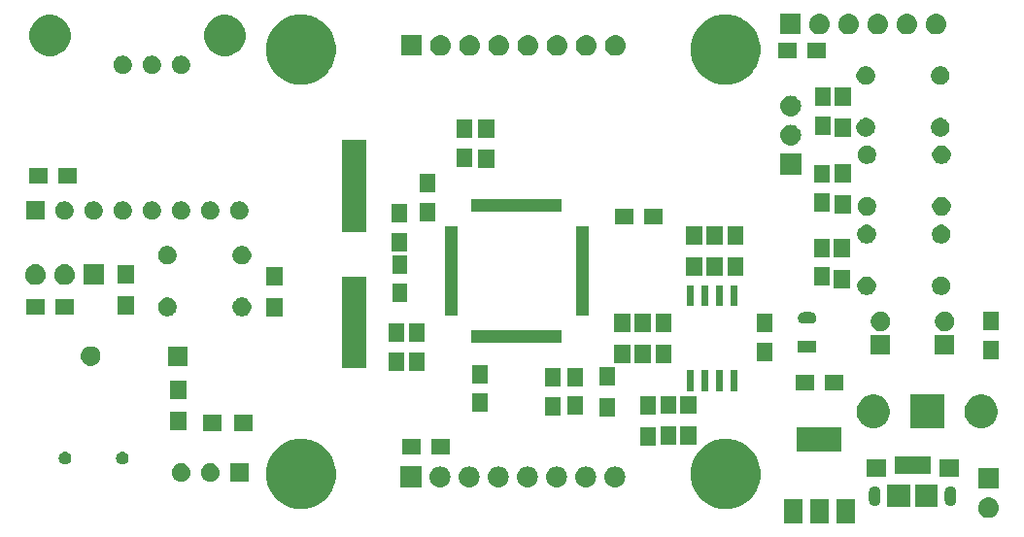
<source format=gbr>
G04 #@! TF.GenerationSoftware,KiCad,Pcbnew,5.0.2-bee76a0~70~ubuntu16.04.1*
G04 #@! TF.CreationDate,2019-02-15T13:05:02+01:00*
G04 #@! TF.ProjectId,lab,6c61622e-6b69-4636-9164-5f7063625858,rev?*
G04 #@! TF.SameCoordinates,Original*
G04 #@! TF.FileFunction,Soldermask,Top*
G04 #@! TF.FilePolarity,Negative*
%FSLAX46Y46*%
G04 Gerber Fmt 4.6, Leading zero omitted, Abs format (unit mm)*
G04 Created by KiCad (PCBNEW 5.0.2-bee76a0~70~ubuntu16.04.1) date fre 15 feb 2019 13:05:02*
%MOMM*%
%LPD*%
G01*
G04 APERTURE LIST*
%ADD10C,0.100000*%
G04 APERTURE END LIST*
D10*
G36*
X169217000Y-93101000D02*
X167615000Y-93101000D01*
X167615000Y-90999000D01*
X169217000Y-90999000D01*
X169217000Y-93101000D01*
X169217000Y-93101000D01*
G37*
G36*
X166917000Y-93101000D02*
X165315000Y-93101000D01*
X165315000Y-90999000D01*
X166917000Y-90999000D01*
X166917000Y-93101000D01*
X166917000Y-93101000D01*
G37*
G36*
X164617000Y-93101000D02*
X163015000Y-93101000D01*
X163015000Y-90999000D01*
X164617000Y-90999000D01*
X164617000Y-93101000D01*
X164617000Y-93101000D01*
G37*
G36*
X180958443Y-90799519D02*
X181024627Y-90806037D01*
X181137853Y-90840384D01*
X181194467Y-90857557D01*
X181333087Y-90931652D01*
X181350991Y-90941222D01*
X181386729Y-90970552D01*
X181488186Y-91053814D01*
X181547601Y-91126213D01*
X181600778Y-91191009D01*
X181600779Y-91191011D01*
X181684443Y-91347533D01*
X181684443Y-91347534D01*
X181735963Y-91517373D01*
X181753359Y-91694000D01*
X181735963Y-91870627D01*
X181701616Y-91983853D01*
X181684443Y-92040467D01*
X181610348Y-92179087D01*
X181600778Y-92196991D01*
X181571448Y-92232729D01*
X181488186Y-92334186D01*
X181386729Y-92417448D01*
X181350991Y-92446778D01*
X181350989Y-92446779D01*
X181194467Y-92530443D01*
X181137853Y-92547616D01*
X181024627Y-92581963D01*
X180958443Y-92588481D01*
X180892260Y-92595000D01*
X180803740Y-92595000D01*
X180737557Y-92588481D01*
X180671373Y-92581963D01*
X180558147Y-92547616D01*
X180501533Y-92530443D01*
X180345011Y-92446779D01*
X180345009Y-92446778D01*
X180309271Y-92417448D01*
X180207814Y-92334186D01*
X180124552Y-92232729D01*
X180095222Y-92196991D01*
X180085652Y-92179087D01*
X180011557Y-92040467D01*
X179994384Y-91983853D01*
X179960037Y-91870627D01*
X179942641Y-91694000D01*
X179960037Y-91517373D01*
X180011557Y-91347534D01*
X180011557Y-91347533D01*
X180095221Y-91191011D01*
X180095222Y-91191009D01*
X180148399Y-91126213D01*
X180207814Y-91053814D01*
X180309271Y-90970552D01*
X180345009Y-90941222D01*
X180362913Y-90931652D01*
X180501533Y-90857557D01*
X180558147Y-90840384D01*
X180671373Y-90806037D01*
X180737557Y-90799519D01*
X180803740Y-90793000D01*
X180892260Y-90793000D01*
X180958443Y-90799519D01*
X180958443Y-90799519D01*
G37*
G36*
X158809941Y-85836248D02*
X158809943Y-85836249D01*
X158809944Y-85836249D01*
X159365190Y-86066239D01*
X159365191Y-86066240D01*
X159864902Y-86400136D01*
X160289864Y-86825098D01*
X160289866Y-86825101D01*
X160623761Y-87324810D01*
X160853751Y-87880056D01*
X160853752Y-87880059D01*
X160971000Y-88469501D01*
X160971000Y-89070499D01*
X160880994Y-89522989D01*
X160853751Y-89659944D01*
X160623761Y-90215190D01*
X160294367Y-90708162D01*
X160289864Y-90714902D01*
X159864902Y-91139864D01*
X159864899Y-91139866D01*
X159365190Y-91473761D01*
X158809944Y-91703751D01*
X158809943Y-91703751D01*
X158809941Y-91703752D01*
X158220499Y-91821000D01*
X157619501Y-91821000D01*
X157030059Y-91703752D01*
X157030057Y-91703751D01*
X157030056Y-91703751D01*
X156474810Y-91473761D01*
X155975101Y-91139866D01*
X155975098Y-91139864D01*
X155550136Y-90714902D01*
X155545633Y-90708162D01*
X155216239Y-90215190D01*
X154986249Y-89659944D01*
X154959007Y-89522989D01*
X154869000Y-89070499D01*
X154869000Y-88469501D01*
X154986248Y-87880059D01*
X154986249Y-87880056D01*
X155216239Y-87324810D01*
X155550134Y-86825101D01*
X155550136Y-86825098D01*
X155975098Y-86400136D01*
X156474809Y-86066240D01*
X156474810Y-86066239D01*
X157030056Y-85836249D01*
X157030057Y-85836249D01*
X157030059Y-85836248D01*
X157619501Y-85719000D01*
X158220499Y-85719000D01*
X158809941Y-85836248D01*
X158809941Y-85836248D01*
G37*
G36*
X121809941Y-85836248D02*
X121809943Y-85836249D01*
X121809944Y-85836249D01*
X122365190Y-86066239D01*
X122365191Y-86066240D01*
X122864902Y-86400136D01*
X123289864Y-86825098D01*
X123289866Y-86825101D01*
X123623761Y-87324810D01*
X123853751Y-87880056D01*
X123853752Y-87880059D01*
X123971000Y-88469501D01*
X123971000Y-89070499D01*
X123880994Y-89522989D01*
X123853751Y-89659944D01*
X123623761Y-90215190D01*
X123294367Y-90708162D01*
X123289864Y-90714902D01*
X122864902Y-91139864D01*
X122864899Y-91139866D01*
X122365190Y-91473761D01*
X121809944Y-91703751D01*
X121809943Y-91703751D01*
X121809941Y-91703752D01*
X121220499Y-91821000D01*
X120619501Y-91821000D01*
X120030059Y-91703752D01*
X120030057Y-91703751D01*
X120030056Y-91703751D01*
X119474810Y-91473761D01*
X118975101Y-91139866D01*
X118975098Y-91139864D01*
X118550136Y-90714902D01*
X118545633Y-90708162D01*
X118216239Y-90215190D01*
X117986249Y-89659944D01*
X117959007Y-89522989D01*
X117869000Y-89070499D01*
X117869000Y-88469501D01*
X117986248Y-87880059D01*
X117986249Y-87880056D01*
X118216239Y-87324810D01*
X118550134Y-86825101D01*
X118550136Y-86825098D01*
X118975098Y-86400136D01*
X119474809Y-86066240D01*
X119474810Y-86066239D01*
X120030056Y-85836249D01*
X120030057Y-85836249D01*
X120030059Y-85836248D01*
X120619501Y-85719000D01*
X121220499Y-85719000D01*
X121809941Y-85836248D01*
X121809941Y-85836248D01*
G37*
G36*
X174045000Y-91679000D02*
X172043000Y-91679000D01*
X172043000Y-89677000D01*
X174045000Y-89677000D01*
X174045000Y-91679000D01*
X174045000Y-91679000D01*
G37*
G36*
X176445000Y-91679000D02*
X174443000Y-91679000D01*
X174443000Y-89677000D01*
X176445000Y-89677000D01*
X176445000Y-91679000D01*
X176445000Y-91679000D01*
G37*
G36*
X171042212Y-89834249D02*
X171136651Y-89862897D01*
X171223687Y-89909418D01*
X171299975Y-89972025D01*
X171362582Y-90048313D01*
X171409103Y-90135348D01*
X171437751Y-90229787D01*
X171445000Y-90303388D01*
X171445000Y-91052612D01*
X171437751Y-91126213D01*
X171409103Y-91220652D01*
X171362582Y-91307687D01*
X171299975Y-91383975D01*
X171223687Y-91446582D01*
X171136652Y-91493103D01*
X171042213Y-91521751D01*
X170944000Y-91531424D01*
X170845788Y-91521751D01*
X170751349Y-91493103D01*
X170664314Y-91446582D01*
X170588026Y-91383975D01*
X170525419Y-91307687D01*
X170503764Y-91267174D01*
X170478898Y-91220653D01*
X170454391Y-91139864D01*
X170450250Y-91126213D01*
X170443001Y-91052612D01*
X170443000Y-91052602D01*
X170443000Y-90303389D01*
X170450249Y-90229788D01*
X170478897Y-90135349D01*
X170525418Y-90048313D01*
X170588025Y-89972025D01*
X170664313Y-89909418D01*
X170751348Y-89862897D01*
X170845787Y-89834249D01*
X170944000Y-89824576D01*
X171042212Y-89834249D01*
X171042212Y-89834249D01*
G37*
G36*
X177642212Y-89834249D02*
X177736651Y-89862897D01*
X177823687Y-89909418D01*
X177899975Y-89972025D01*
X177962582Y-90048313D01*
X178009103Y-90135348D01*
X178037751Y-90229787D01*
X178045000Y-90303388D01*
X178045000Y-91052612D01*
X178037751Y-91126213D01*
X178009103Y-91220652D01*
X177962582Y-91307687D01*
X177899975Y-91383975D01*
X177823687Y-91446582D01*
X177736652Y-91493103D01*
X177642213Y-91521751D01*
X177544000Y-91531424D01*
X177445788Y-91521751D01*
X177351349Y-91493103D01*
X177264314Y-91446582D01*
X177188026Y-91383975D01*
X177125419Y-91307687D01*
X177103764Y-91267174D01*
X177078898Y-91220653D01*
X177054391Y-91139864D01*
X177050250Y-91126213D01*
X177043001Y-91052612D01*
X177043000Y-91052602D01*
X177043000Y-90303389D01*
X177050249Y-90229788D01*
X177078897Y-90135349D01*
X177125418Y-90048313D01*
X177188025Y-89972025D01*
X177264313Y-89909418D01*
X177351348Y-89862897D01*
X177445787Y-89834249D01*
X177544000Y-89824576D01*
X177642212Y-89834249D01*
X177642212Y-89834249D01*
G37*
G36*
X181749000Y-90055000D02*
X179947000Y-90055000D01*
X179947000Y-88253000D01*
X181749000Y-88253000D01*
X181749000Y-90055000D01*
X181749000Y-90055000D01*
G37*
G36*
X143330442Y-88125518D02*
X143396627Y-88132037D01*
X143509853Y-88166384D01*
X143566467Y-88183557D01*
X143696384Y-88253000D01*
X143722991Y-88267222D01*
X143758729Y-88296552D01*
X143860186Y-88379814D01*
X143933789Y-88469501D01*
X143972778Y-88517009D01*
X143972779Y-88517011D01*
X144056443Y-88673533D01*
X144056443Y-88673534D01*
X144107963Y-88843373D01*
X144125359Y-89020000D01*
X144107963Y-89196627D01*
X144083903Y-89275943D01*
X144056443Y-89366467D01*
X144024710Y-89425834D01*
X143972778Y-89522991D01*
X143943448Y-89558729D01*
X143860186Y-89660186D01*
X143758729Y-89743448D01*
X143722991Y-89772778D01*
X143722989Y-89772779D01*
X143566467Y-89856443D01*
X143545187Y-89862898D01*
X143396627Y-89907963D01*
X143330443Y-89914481D01*
X143264260Y-89921000D01*
X143175740Y-89921000D01*
X143109557Y-89914481D01*
X143043373Y-89907963D01*
X142894813Y-89862898D01*
X142873533Y-89856443D01*
X142717011Y-89772779D01*
X142717009Y-89772778D01*
X142681271Y-89743448D01*
X142579814Y-89660186D01*
X142496552Y-89558729D01*
X142467222Y-89522991D01*
X142415290Y-89425834D01*
X142383557Y-89366467D01*
X142356097Y-89275943D01*
X142332037Y-89196627D01*
X142314641Y-89020000D01*
X142332037Y-88843373D01*
X142383557Y-88673534D01*
X142383557Y-88673533D01*
X142467221Y-88517011D01*
X142467222Y-88517009D01*
X142506211Y-88469501D01*
X142579814Y-88379814D01*
X142681271Y-88296552D01*
X142717009Y-88267222D01*
X142743616Y-88253000D01*
X142873533Y-88183557D01*
X142930147Y-88166384D01*
X143043373Y-88132037D01*
X143109558Y-88125518D01*
X143175740Y-88119000D01*
X143264260Y-88119000D01*
X143330442Y-88125518D01*
X143330442Y-88125518D01*
G37*
G36*
X135710442Y-88125518D02*
X135776627Y-88132037D01*
X135889853Y-88166384D01*
X135946467Y-88183557D01*
X136076384Y-88253000D01*
X136102991Y-88267222D01*
X136138729Y-88296552D01*
X136240186Y-88379814D01*
X136313789Y-88469501D01*
X136352778Y-88517009D01*
X136352779Y-88517011D01*
X136436443Y-88673533D01*
X136436443Y-88673534D01*
X136487963Y-88843373D01*
X136505359Y-89020000D01*
X136487963Y-89196627D01*
X136463903Y-89275943D01*
X136436443Y-89366467D01*
X136404710Y-89425834D01*
X136352778Y-89522991D01*
X136323448Y-89558729D01*
X136240186Y-89660186D01*
X136138729Y-89743448D01*
X136102991Y-89772778D01*
X136102989Y-89772779D01*
X135946467Y-89856443D01*
X135925187Y-89862898D01*
X135776627Y-89907963D01*
X135710443Y-89914481D01*
X135644260Y-89921000D01*
X135555740Y-89921000D01*
X135489557Y-89914481D01*
X135423373Y-89907963D01*
X135274813Y-89862898D01*
X135253533Y-89856443D01*
X135097011Y-89772779D01*
X135097009Y-89772778D01*
X135061271Y-89743448D01*
X134959814Y-89660186D01*
X134876552Y-89558729D01*
X134847222Y-89522991D01*
X134795290Y-89425834D01*
X134763557Y-89366467D01*
X134736097Y-89275943D01*
X134712037Y-89196627D01*
X134694641Y-89020000D01*
X134712037Y-88843373D01*
X134763557Y-88673534D01*
X134763557Y-88673533D01*
X134847221Y-88517011D01*
X134847222Y-88517009D01*
X134886211Y-88469501D01*
X134959814Y-88379814D01*
X135061271Y-88296552D01*
X135097009Y-88267222D01*
X135123616Y-88253000D01*
X135253533Y-88183557D01*
X135310147Y-88166384D01*
X135423373Y-88132037D01*
X135489558Y-88125518D01*
X135555740Y-88119000D01*
X135644260Y-88119000D01*
X135710442Y-88125518D01*
X135710442Y-88125518D01*
G37*
G36*
X138250442Y-88125518D02*
X138316627Y-88132037D01*
X138429853Y-88166384D01*
X138486467Y-88183557D01*
X138616384Y-88253000D01*
X138642991Y-88267222D01*
X138678729Y-88296552D01*
X138780186Y-88379814D01*
X138853789Y-88469501D01*
X138892778Y-88517009D01*
X138892779Y-88517011D01*
X138976443Y-88673533D01*
X138976443Y-88673534D01*
X139027963Y-88843373D01*
X139045359Y-89020000D01*
X139027963Y-89196627D01*
X139003903Y-89275943D01*
X138976443Y-89366467D01*
X138944710Y-89425834D01*
X138892778Y-89522991D01*
X138863448Y-89558729D01*
X138780186Y-89660186D01*
X138678729Y-89743448D01*
X138642991Y-89772778D01*
X138642989Y-89772779D01*
X138486467Y-89856443D01*
X138465187Y-89862898D01*
X138316627Y-89907963D01*
X138250443Y-89914481D01*
X138184260Y-89921000D01*
X138095740Y-89921000D01*
X138029557Y-89914481D01*
X137963373Y-89907963D01*
X137814813Y-89862898D01*
X137793533Y-89856443D01*
X137637011Y-89772779D01*
X137637009Y-89772778D01*
X137601271Y-89743448D01*
X137499814Y-89660186D01*
X137416552Y-89558729D01*
X137387222Y-89522991D01*
X137335290Y-89425834D01*
X137303557Y-89366467D01*
X137276097Y-89275943D01*
X137252037Y-89196627D01*
X137234641Y-89020000D01*
X137252037Y-88843373D01*
X137303557Y-88673534D01*
X137303557Y-88673533D01*
X137387221Y-88517011D01*
X137387222Y-88517009D01*
X137426211Y-88469501D01*
X137499814Y-88379814D01*
X137601271Y-88296552D01*
X137637009Y-88267222D01*
X137663616Y-88253000D01*
X137793533Y-88183557D01*
X137850147Y-88166384D01*
X137963373Y-88132037D01*
X138029558Y-88125518D01*
X138095740Y-88119000D01*
X138184260Y-88119000D01*
X138250442Y-88125518D01*
X138250442Y-88125518D01*
G37*
G36*
X133170442Y-88125518D02*
X133236627Y-88132037D01*
X133349853Y-88166384D01*
X133406467Y-88183557D01*
X133536384Y-88253000D01*
X133562991Y-88267222D01*
X133598729Y-88296552D01*
X133700186Y-88379814D01*
X133773789Y-88469501D01*
X133812778Y-88517009D01*
X133812779Y-88517011D01*
X133896443Y-88673533D01*
X133896443Y-88673534D01*
X133947963Y-88843373D01*
X133965359Y-89020000D01*
X133947963Y-89196627D01*
X133923903Y-89275943D01*
X133896443Y-89366467D01*
X133864710Y-89425834D01*
X133812778Y-89522991D01*
X133783448Y-89558729D01*
X133700186Y-89660186D01*
X133598729Y-89743448D01*
X133562991Y-89772778D01*
X133562989Y-89772779D01*
X133406467Y-89856443D01*
X133385187Y-89862898D01*
X133236627Y-89907963D01*
X133170443Y-89914481D01*
X133104260Y-89921000D01*
X133015740Y-89921000D01*
X132949557Y-89914481D01*
X132883373Y-89907963D01*
X132734813Y-89862898D01*
X132713533Y-89856443D01*
X132557011Y-89772779D01*
X132557009Y-89772778D01*
X132521271Y-89743448D01*
X132419814Y-89660186D01*
X132336552Y-89558729D01*
X132307222Y-89522991D01*
X132255290Y-89425834D01*
X132223557Y-89366467D01*
X132196097Y-89275943D01*
X132172037Y-89196627D01*
X132154641Y-89020000D01*
X132172037Y-88843373D01*
X132223557Y-88673534D01*
X132223557Y-88673533D01*
X132307221Y-88517011D01*
X132307222Y-88517009D01*
X132346211Y-88469501D01*
X132419814Y-88379814D01*
X132521271Y-88296552D01*
X132557009Y-88267222D01*
X132583616Y-88253000D01*
X132713533Y-88183557D01*
X132770147Y-88166384D01*
X132883373Y-88132037D01*
X132949558Y-88125518D01*
X133015740Y-88119000D01*
X133104260Y-88119000D01*
X133170442Y-88125518D01*
X133170442Y-88125518D01*
G37*
G36*
X131421000Y-89921000D02*
X129619000Y-89921000D01*
X129619000Y-88119000D01*
X131421000Y-88119000D01*
X131421000Y-89921000D01*
X131421000Y-89921000D01*
G37*
G36*
X145870442Y-88125518D02*
X145936627Y-88132037D01*
X146049853Y-88166384D01*
X146106467Y-88183557D01*
X146236384Y-88253000D01*
X146262991Y-88267222D01*
X146298729Y-88296552D01*
X146400186Y-88379814D01*
X146473789Y-88469501D01*
X146512778Y-88517009D01*
X146512779Y-88517011D01*
X146596443Y-88673533D01*
X146596443Y-88673534D01*
X146647963Y-88843373D01*
X146665359Y-89020000D01*
X146647963Y-89196627D01*
X146623903Y-89275943D01*
X146596443Y-89366467D01*
X146564710Y-89425834D01*
X146512778Y-89522991D01*
X146483448Y-89558729D01*
X146400186Y-89660186D01*
X146298729Y-89743448D01*
X146262991Y-89772778D01*
X146262989Y-89772779D01*
X146106467Y-89856443D01*
X146085187Y-89862898D01*
X145936627Y-89907963D01*
X145870443Y-89914481D01*
X145804260Y-89921000D01*
X145715740Y-89921000D01*
X145649557Y-89914481D01*
X145583373Y-89907963D01*
X145434813Y-89862898D01*
X145413533Y-89856443D01*
X145257011Y-89772779D01*
X145257009Y-89772778D01*
X145221271Y-89743448D01*
X145119814Y-89660186D01*
X145036552Y-89558729D01*
X145007222Y-89522991D01*
X144955290Y-89425834D01*
X144923557Y-89366467D01*
X144896097Y-89275943D01*
X144872037Y-89196627D01*
X144854641Y-89020000D01*
X144872037Y-88843373D01*
X144923557Y-88673534D01*
X144923557Y-88673533D01*
X145007221Y-88517011D01*
X145007222Y-88517009D01*
X145046211Y-88469501D01*
X145119814Y-88379814D01*
X145221271Y-88296552D01*
X145257009Y-88267222D01*
X145283616Y-88253000D01*
X145413533Y-88183557D01*
X145470147Y-88166384D01*
X145583373Y-88132037D01*
X145649558Y-88125518D01*
X145715740Y-88119000D01*
X145804260Y-88119000D01*
X145870442Y-88125518D01*
X145870442Y-88125518D01*
G37*
G36*
X148410442Y-88125518D02*
X148476627Y-88132037D01*
X148589853Y-88166384D01*
X148646467Y-88183557D01*
X148776384Y-88253000D01*
X148802991Y-88267222D01*
X148838729Y-88296552D01*
X148940186Y-88379814D01*
X149013789Y-88469501D01*
X149052778Y-88517009D01*
X149052779Y-88517011D01*
X149136443Y-88673533D01*
X149136443Y-88673534D01*
X149187963Y-88843373D01*
X149205359Y-89020000D01*
X149187963Y-89196627D01*
X149163903Y-89275943D01*
X149136443Y-89366467D01*
X149104710Y-89425834D01*
X149052778Y-89522991D01*
X149023448Y-89558729D01*
X148940186Y-89660186D01*
X148838729Y-89743448D01*
X148802991Y-89772778D01*
X148802989Y-89772779D01*
X148646467Y-89856443D01*
X148625187Y-89862898D01*
X148476627Y-89907963D01*
X148410443Y-89914481D01*
X148344260Y-89921000D01*
X148255740Y-89921000D01*
X148189557Y-89914481D01*
X148123373Y-89907963D01*
X147974813Y-89862898D01*
X147953533Y-89856443D01*
X147797011Y-89772779D01*
X147797009Y-89772778D01*
X147761271Y-89743448D01*
X147659814Y-89660186D01*
X147576552Y-89558729D01*
X147547222Y-89522991D01*
X147495290Y-89425834D01*
X147463557Y-89366467D01*
X147436097Y-89275943D01*
X147412037Y-89196627D01*
X147394641Y-89020000D01*
X147412037Y-88843373D01*
X147463557Y-88673534D01*
X147463557Y-88673533D01*
X147547221Y-88517011D01*
X147547222Y-88517009D01*
X147586211Y-88469501D01*
X147659814Y-88379814D01*
X147761271Y-88296552D01*
X147797009Y-88267222D01*
X147823616Y-88253000D01*
X147953533Y-88183557D01*
X148010147Y-88166384D01*
X148123373Y-88132037D01*
X148189558Y-88125518D01*
X148255740Y-88119000D01*
X148344260Y-88119000D01*
X148410442Y-88125518D01*
X148410442Y-88125518D01*
G37*
G36*
X140790442Y-88125518D02*
X140856627Y-88132037D01*
X140969853Y-88166384D01*
X141026467Y-88183557D01*
X141156384Y-88253000D01*
X141182991Y-88267222D01*
X141218729Y-88296552D01*
X141320186Y-88379814D01*
X141393789Y-88469501D01*
X141432778Y-88517009D01*
X141432779Y-88517011D01*
X141516443Y-88673533D01*
X141516443Y-88673534D01*
X141567963Y-88843373D01*
X141585359Y-89020000D01*
X141567963Y-89196627D01*
X141543903Y-89275943D01*
X141516443Y-89366467D01*
X141484710Y-89425834D01*
X141432778Y-89522991D01*
X141403448Y-89558729D01*
X141320186Y-89660186D01*
X141218729Y-89743448D01*
X141182991Y-89772778D01*
X141182989Y-89772779D01*
X141026467Y-89856443D01*
X141005187Y-89862898D01*
X140856627Y-89907963D01*
X140790443Y-89914481D01*
X140724260Y-89921000D01*
X140635740Y-89921000D01*
X140569557Y-89914481D01*
X140503373Y-89907963D01*
X140354813Y-89862898D01*
X140333533Y-89856443D01*
X140177011Y-89772779D01*
X140177009Y-89772778D01*
X140141271Y-89743448D01*
X140039814Y-89660186D01*
X139956552Y-89558729D01*
X139927222Y-89522991D01*
X139875290Y-89425834D01*
X139843557Y-89366467D01*
X139816097Y-89275943D01*
X139792037Y-89196627D01*
X139774641Y-89020000D01*
X139792037Y-88843373D01*
X139843557Y-88673534D01*
X139843557Y-88673533D01*
X139927221Y-88517011D01*
X139927222Y-88517009D01*
X139966211Y-88469501D01*
X140039814Y-88379814D01*
X140141271Y-88296552D01*
X140177009Y-88267222D01*
X140203616Y-88253000D01*
X140333533Y-88183557D01*
X140390147Y-88166384D01*
X140503373Y-88132037D01*
X140569558Y-88125518D01*
X140635740Y-88119000D01*
X140724260Y-88119000D01*
X140790442Y-88125518D01*
X140790442Y-88125518D01*
G37*
G36*
X113266560Y-87866166D02*
X113413427Y-87927000D01*
X113414153Y-87927301D01*
X113545213Y-88014873D01*
X113546985Y-88016057D01*
X113659943Y-88129015D01*
X113659945Y-88129018D01*
X113742788Y-88253000D01*
X113748700Y-88261849D01*
X113797563Y-88379814D01*
X113809834Y-88409440D01*
X113841000Y-88566123D01*
X113841000Y-88725877D01*
X113809834Y-88882560D01*
X113748699Y-89030153D01*
X113661127Y-89161213D01*
X113659943Y-89162985D01*
X113546985Y-89275943D01*
X113546982Y-89275945D01*
X113414153Y-89364699D01*
X113414152Y-89364700D01*
X113414151Y-89364700D01*
X113266560Y-89425834D01*
X113109878Y-89457000D01*
X112950122Y-89457000D01*
X112793440Y-89425834D01*
X112645849Y-89364700D01*
X112645848Y-89364700D01*
X112645847Y-89364699D01*
X112513018Y-89275945D01*
X112513015Y-89275943D01*
X112400057Y-89162985D01*
X112398873Y-89161213D01*
X112311301Y-89030153D01*
X112250166Y-88882560D01*
X112219000Y-88725877D01*
X112219000Y-88566123D01*
X112250166Y-88409440D01*
X112262437Y-88379814D01*
X112311300Y-88261849D01*
X112317213Y-88253000D01*
X112400055Y-88129018D01*
X112400057Y-88129015D01*
X112513015Y-88016057D01*
X112514787Y-88014873D01*
X112645847Y-87927301D01*
X112646574Y-87927000D01*
X112793440Y-87866166D01*
X112950122Y-87835000D01*
X113109878Y-87835000D01*
X113266560Y-87866166D01*
X113266560Y-87866166D01*
G37*
G36*
X116381000Y-89457000D02*
X114759000Y-89457000D01*
X114759000Y-87835000D01*
X116381000Y-87835000D01*
X116381000Y-89457000D01*
X116381000Y-89457000D01*
G37*
G36*
X110726560Y-87866166D02*
X110873427Y-87927000D01*
X110874153Y-87927301D01*
X111005213Y-88014873D01*
X111006985Y-88016057D01*
X111119943Y-88129015D01*
X111119945Y-88129018D01*
X111202788Y-88253000D01*
X111208700Y-88261849D01*
X111257563Y-88379814D01*
X111269834Y-88409440D01*
X111301000Y-88566123D01*
X111301000Y-88725877D01*
X111269834Y-88882560D01*
X111208699Y-89030153D01*
X111121127Y-89161213D01*
X111119943Y-89162985D01*
X111006985Y-89275943D01*
X111006982Y-89275945D01*
X110874153Y-89364699D01*
X110874152Y-89364700D01*
X110874151Y-89364700D01*
X110726560Y-89425834D01*
X110569878Y-89457000D01*
X110410122Y-89457000D01*
X110253440Y-89425834D01*
X110105849Y-89364700D01*
X110105848Y-89364700D01*
X110105847Y-89364699D01*
X109973018Y-89275945D01*
X109973015Y-89275943D01*
X109860057Y-89162985D01*
X109858873Y-89161213D01*
X109771301Y-89030153D01*
X109710166Y-88882560D01*
X109679000Y-88725877D01*
X109679000Y-88566123D01*
X109710166Y-88409440D01*
X109722437Y-88379814D01*
X109771300Y-88261849D01*
X109777213Y-88253000D01*
X109860055Y-88129018D01*
X109860057Y-88129015D01*
X109973015Y-88016057D01*
X109974787Y-88014873D01*
X110105847Y-87927301D01*
X110106574Y-87927000D01*
X110253440Y-87866166D01*
X110410122Y-87835000D01*
X110569878Y-87835000D01*
X110726560Y-87866166D01*
X110726560Y-87866166D01*
G37*
G36*
X178295000Y-88979000D02*
X176593000Y-88979000D01*
X176593000Y-87477000D01*
X178295000Y-87477000D01*
X178295000Y-88979000D01*
X178295000Y-88979000D01*
G37*
G36*
X171895000Y-88979000D02*
X170193000Y-88979000D01*
X170193000Y-87477000D01*
X171895000Y-87477000D01*
X171895000Y-88979000D01*
X171895000Y-88979000D01*
G37*
G36*
X175795000Y-88729000D02*
X172693000Y-88729000D01*
X172693000Y-87277000D01*
X175795000Y-87277000D01*
X175795000Y-88729000D01*
X175795000Y-88729000D01*
G37*
G36*
X100530721Y-86846174D02*
X100630995Y-86887709D01*
X100721245Y-86948012D01*
X100797988Y-87024755D01*
X100858291Y-87115005D01*
X100899826Y-87215279D01*
X100921000Y-87321730D01*
X100921000Y-87430270D01*
X100899826Y-87536721D01*
X100858291Y-87636995D01*
X100797988Y-87727245D01*
X100721245Y-87803988D01*
X100630995Y-87864291D01*
X100530721Y-87905826D01*
X100424270Y-87927000D01*
X100315730Y-87927000D01*
X100209279Y-87905826D01*
X100109005Y-87864291D01*
X100018755Y-87803988D01*
X99942012Y-87727245D01*
X99881709Y-87636995D01*
X99840174Y-87536721D01*
X99819000Y-87430270D01*
X99819000Y-87321730D01*
X99840174Y-87215279D01*
X99881709Y-87115005D01*
X99942012Y-87024755D01*
X100018755Y-86948012D01*
X100109005Y-86887709D01*
X100209279Y-86846174D01*
X100315730Y-86825000D01*
X100424270Y-86825000D01*
X100530721Y-86846174D01*
X100530721Y-86846174D01*
G37*
G36*
X105530721Y-86846174D02*
X105630995Y-86887709D01*
X105721245Y-86948012D01*
X105797988Y-87024755D01*
X105858291Y-87115005D01*
X105899826Y-87215279D01*
X105921000Y-87321730D01*
X105921000Y-87430270D01*
X105899826Y-87536721D01*
X105858291Y-87636995D01*
X105797988Y-87727245D01*
X105721245Y-87803988D01*
X105630995Y-87864291D01*
X105530721Y-87905826D01*
X105424270Y-87927000D01*
X105315730Y-87927000D01*
X105209279Y-87905826D01*
X105109005Y-87864291D01*
X105018755Y-87803988D01*
X104942012Y-87727245D01*
X104881709Y-87636995D01*
X104840174Y-87536721D01*
X104819000Y-87430270D01*
X104819000Y-87321730D01*
X104840174Y-87215279D01*
X104881709Y-87115005D01*
X104942012Y-87024755D01*
X105018755Y-86948012D01*
X105109005Y-86887709D01*
X105209279Y-86846174D01*
X105315730Y-86825000D01*
X105424270Y-86825000D01*
X105530721Y-86846174D01*
X105530721Y-86846174D01*
G37*
G36*
X133877000Y-87036000D02*
X132275000Y-87036000D01*
X132275000Y-85684000D01*
X133877000Y-85684000D01*
X133877000Y-87036000D01*
X133877000Y-87036000D01*
G37*
G36*
X131377000Y-87036000D02*
X129775000Y-87036000D01*
X129775000Y-85684000D01*
X131377000Y-85684000D01*
X131377000Y-87036000D01*
X131377000Y-87036000D01*
G37*
G36*
X168067000Y-86801000D02*
X164165000Y-86801000D01*
X164165000Y-84699000D01*
X168067000Y-84699000D01*
X168067000Y-86801000D01*
X168067000Y-86801000D01*
G37*
G36*
X151876000Y-86326000D02*
X150474000Y-86326000D01*
X150474000Y-84724000D01*
X151876000Y-84724000D01*
X151876000Y-86326000D01*
X151876000Y-86326000D01*
G37*
G36*
X155401000Y-86251000D02*
X153999000Y-86251000D01*
X153999000Y-84649000D01*
X155401000Y-84649000D01*
X155401000Y-86251000D01*
X155401000Y-86251000D01*
G37*
G36*
X153651000Y-86251000D02*
X152249000Y-86251000D01*
X152249000Y-84649000D01*
X153651000Y-84649000D01*
X153651000Y-86251000D01*
X153651000Y-86251000D01*
G37*
G36*
X116705000Y-85029000D02*
X115103000Y-85029000D01*
X115103000Y-83627000D01*
X116705000Y-83627000D01*
X116705000Y-85029000D01*
X116705000Y-85029000D01*
G37*
G36*
X114005000Y-85029000D02*
X112403000Y-85029000D01*
X112403000Y-83627000D01*
X114005000Y-83627000D01*
X114005000Y-85029000D01*
X114005000Y-85029000D01*
G37*
G36*
X110937000Y-84955000D02*
X109535000Y-84955000D01*
X109535000Y-83353000D01*
X110937000Y-83353000D01*
X110937000Y-84955000D01*
X110937000Y-84955000D01*
G37*
G36*
X180637238Y-81916760D02*
X180637240Y-81916761D01*
X180637241Y-81916761D01*
X180901306Y-82026140D01*
X181135754Y-82182794D01*
X181138962Y-82184937D01*
X181341063Y-82387038D01*
X181341065Y-82387041D01*
X181499860Y-82624694D01*
X181609239Y-82888759D01*
X181609240Y-82888762D01*
X181665000Y-83169088D01*
X181665000Y-83454912D01*
X181611078Y-83726000D01*
X181609239Y-83735241D01*
X181499860Y-83999306D01*
X181499859Y-83999307D01*
X181341063Y-84236962D01*
X181138962Y-84439063D01*
X181138959Y-84439065D01*
X180901306Y-84597860D01*
X180637241Y-84707239D01*
X180637240Y-84707239D01*
X180637238Y-84707240D01*
X180356912Y-84763000D01*
X180071088Y-84763000D01*
X179790762Y-84707240D01*
X179790760Y-84707239D01*
X179790759Y-84707239D01*
X179526694Y-84597860D01*
X179289041Y-84439065D01*
X179289038Y-84439063D01*
X179086937Y-84236962D01*
X178928141Y-83999307D01*
X178928140Y-83999306D01*
X178818761Y-83735241D01*
X178816923Y-83726000D01*
X178763000Y-83454912D01*
X178763000Y-83169088D01*
X178818760Y-82888762D01*
X178818761Y-82888759D01*
X178928140Y-82624694D01*
X179086935Y-82387041D01*
X179086937Y-82387038D01*
X179289038Y-82184937D01*
X179292246Y-82182794D01*
X179526694Y-82026140D01*
X179790759Y-81916761D01*
X179790760Y-81916761D01*
X179790762Y-81916760D01*
X180071088Y-81861000D01*
X180356912Y-81861000D01*
X180637238Y-81916760D01*
X180637238Y-81916760D01*
G37*
G36*
X176965000Y-84763000D02*
X174063000Y-84763000D01*
X174063000Y-81861000D01*
X176965000Y-81861000D01*
X176965000Y-84763000D01*
X176965000Y-84763000D01*
G37*
G36*
X171237238Y-81916760D02*
X171237240Y-81916761D01*
X171237241Y-81916761D01*
X171501306Y-82026140D01*
X171735754Y-82182794D01*
X171738962Y-82184937D01*
X171941063Y-82387038D01*
X171941065Y-82387041D01*
X172099860Y-82624694D01*
X172209239Y-82888759D01*
X172209240Y-82888762D01*
X172265000Y-83169088D01*
X172265000Y-83454912D01*
X172211078Y-83726000D01*
X172209239Y-83735241D01*
X172099860Y-83999306D01*
X172099859Y-83999307D01*
X171941063Y-84236962D01*
X171738962Y-84439063D01*
X171738959Y-84439065D01*
X171501306Y-84597860D01*
X171237241Y-84707239D01*
X171237240Y-84707239D01*
X171237238Y-84707240D01*
X170956912Y-84763000D01*
X170671088Y-84763000D01*
X170390762Y-84707240D01*
X170390760Y-84707239D01*
X170390759Y-84707239D01*
X170126694Y-84597860D01*
X169889041Y-84439065D01*
X169889038Y-84439063D01*
X169686937Y-84236962D01*
X169528141Y-83999307D01*
X169528140Y-83999306D01*
X169418761Y-83735241D01*
X169416923Y-83726000D01*
X169363000Y-83454912D01*
X169363000Y-83169088D01*
X169418760Y-82888762D01*
X169418761Y-82888759D01*
X169528140Y-82624694D01*
X169686935Y-82387041D01*
X169686937Y-82387038D01*
X169889038Y-82184937D01*
X169892246Y-82182794D01*
X170126694Y-82026140D01*
X170390759Y-81916761D01*
X170390760Y-81916761D01*
X170390762Y-81916760D01*
X170671088Y-81861000D01*
X170956912Y-81861000D01*
X171237238Y-81916760D01*
X171237238Y-81916760D01*
G37*
G36*
X148326000Y-83726000D02*
X146924000Y-83726000D01*
X146924000Y-82124000D01*
X148326000Y-82124000D01*
X148326000Y-83726000D01*
X148326000Y-83726000D01*
G37*
G36*
X143551000Y-83651000D02*
X142199000Y-83651000D01*
X142199000Y-82049000D01*
X143551000Y-82049000D01*
X143551000Y-83651000D01*
X143551000Y-83651000D01*
G37*
G36*
X151876000Y-83626000D02*
X150474000Y-83626000D01*
X150474000Y-82024000D01*
X151876000Y-82024000D01*
X151876000Y-83626000D01*
X151876000Y-83626000D01*
G37*
G36*
X145476000Y-83626000D02*
X144124000Y-83626000D01*
X144124000Y-82024000D01*
X145476000Y-82024000D01*
X145476000Y-83626000D01*
X145476000Y-83626000D01*
G37*
G36*
X155401000Y-83551000D02*
X153999000Y-83551000D01*
X153999000Y-81949000D01*
X155401000Y-81949000D01*
X155401000Y-83551000D01*
X155401000Y-83551000D01*
G37*
G36*
X153651000Y-83551000D02*
X152249000Y-83551000D01*
X152249000Y-81949000D01*
X153651000Y-81949000D01*
X153651000Y-83551000D01*
X153651000Y-83551000D01*
G37*
G36*
X137176000Y-83361000D02*
X135824000Y-83361000D01*
X135824000Y-81759000D01*
X137176000Y-81759000D01*
X137176000Y-83361000D01*
X137176000Y-83361000D01*
G37*
G36*
X110937000Y-82255000D02*
X109535000Y-82255000D01*
X109535000Y-80653000D01*
X110937000Y-80653000D01*
X110937000Y-82255000D01*
X110937000Y-82255000D01*
G37*
G36*
X159006000Y-81551000D02*
X158354000Y-81551000D01*
X158354000Y-79699000D01*
X159006000Y-79699000D01*
X159006000Y-81551000D01*
X159006000Y-81551000D01*
G37*
G36*
X156466000Y-81551000D02*
X155814000Y-81551000D01*
X155814000Y-79699000D01*
X156466000Y-79699000D01*
X156466000Y-81551000D01*
X156466000Y-81551000D01*
G37*
G36*
X157736000Y-81551000D02*
X157084000Y-81551000D01*
X157084000Y-79699000D01*
X157736000Y-79699000D01*
X157736000Y-81551000D01*
X157736000Y-81551000D01*
G37*
G36*
X155196000Y-81551000D02*
X154544000Y-81551000D01*
X154544000Y-79699000D01*
X155196000Y-79699000D01*
X155196000Y-81551000D01*
X155196000Y-81551000D01*
G37*
G36*
X168167000Y-81448000D02*
X166565000Y-81448000D01*
X166565000Y-80096000D01*
X168167000Y-80096000D01*
X168167000Y-81448000D01*
X168167000Y-81448000D01*
G37*
G36*
X165667000Y-81448000D02*
X164065000Y-81448000D01*
X164065000Y-80096000D01*
X165667000Y-80096000D01*
X165667000Y-81448000D01*
X165667000Y-81448000D01*
G37*
G36*
X143551000Y-81151000D02*
X142199000Y-81151000D01*
X142199000Y-79549000D01*
X143551000Y-79549000D01*
X143551000Y-81151000D01*
X143551000Y-81151000D01*
G37*
G36*
X145476000Y-81126000D02*
X144124000Y-81126000D01*
X144124000Y-79524000D01*
X145476000Y-79524000D01*
X145476000Y-81126000D01*
X145476000Y-81126000D01*
G37*
G36*
X148326000Y-81026000D02*
X146924000Y-81026000D01*
X146924000Y-79424000D01*
X148326000Y-79424000D01*
X148326000Y-81026000D01*
X148326000Y-81026000D01*
G37*
G36*
X137176000Y-80861000D02*
X135824000Y-80861000D01*
X135824000Y-79259000D01*
X137176000Y-79259000D01*
X137176000Y-80861000D01*
X137176000Y-80861000D01*
G37*
G36*
X131740000Y-79775000D02*
X130388000Y-79775000D01*
X130388000Y-78173000D01*
X131740000Y-78173000D01*
X131740000Y-79775000D01*
X131740000Y-79775000D01*
G37*
G36*
X129962000Y-79775000D02*
X128610000Y-79775000D01*
X128610000Y-78173000D01*
X129962000Y-78173000D01*
X129962000Y-79775000D01*
X129962000Y-79775000D01*
G37*
G36*
X126651000Y-79526000D02*
X124549000Y-79526000D01*
X124549000Y-71549000D01*
X126651000Y-71549000D01*
X126651000Y-79526000D01*
X126651000Y-79526000D01*
G37*
G36*
X111087000Y-79337000D02*
X109385000Y-79337000D01*
X109385000Y-77635000D01*
X111087000Y-77635000D01*
X111087000Y-79337000D01*
X111087000Y-79337000D01*
G37*
G36*
X102782821Y-77647313D02*
X102782824Y-77647314D01*
X102782825Y-77647314D01*
X102943239Y-77695975D01*
X102943241Y-77695976D01*
X102943244Y-77695977D01*
X103091078Y-77774995D01*
X103220659Y-77881341D01*
X103327005Y-78010922D01*
X103406023Y-78158756D01*
X103454687Y-78319179D01*
X103471117Y-78486000D01*
X103454687Y-78652821D01*
X103406023Y-78813244D01*
X103327005Y-78961078D01*
X103220659Y-79090659D01*
X103091078Y-79197005D01*
X102943244Y-79276023D01*
X102943241Y-79276024D01*
X102943239Y-79276025D01*
X102782825Y-79324686D01*
X102782824Y-79324686D01*
X102782821Y-79324687D01*
X102657804Y-79337000D01*
X102574196Y-79337000D01*
X102449179Y-79324687D01*
X102449176Y-79324686D01*
X102449175Y-79324686D01*
X102288761Y-79276025D01*
X102288759Y-79276024D01*
X102288756Y-79276023D01*
X102140922Y-79197005D01*
X102011341Y-79090659D01*
X101904995Y-78961078D01*
X101825977Y-78813244D01*
X101777313Y-78652821D01*
X101760883Y-78486000D01*
X101777313Y-78319179D01*
X101825977Y-78158756D01*
X101904995Y-78010922D01*
X102011341Y-77881341D01*
X102140922Y-77774995D01*
X102288756Y-77695977D01*
X102288759Y-77695976D01*
X102288761Y-77695975D01*
X102449175Y-77647314D01*
X102449176Y-77647314D01*
X102449179Y-77647313D01*
X102574196Y-77635000D01*
X102657804Y-77635000D01*
X102782821Y-77647313D01*
X102782821Y-77647313D01*
G37*
G36*
X153254000Y-79121000D02*
X151852000Y-79121000D01*
X151852000Y-77519000D01*
X153254000Y-77519000D01*
X153254000Y-79121000D01*
X153254000Y-79121000D01*
G37*
G36*
X149644000Y-79101000D02*
X148242000Y-79101000D01*
X148242000Y-77499000D01*
X149644000Y-77499000D01*
X149644000Y-79101000D01*
X149644000Y-79101000D01*
G37*
G36*
X151394000Y-79091000D02*
X149992000Y-79091000D01*
X149992000Y-77489000D01*
X151394000Y-77489000D01*
X151394000Y-79091000D01*
X151394000Y-79091000D01*
G37*
G36*
X162001000Y-78926000D02*
X160649000Y-78926000D01*
X160649000Y-77324000D01*
X162001000Y-77324000D01*
X162001000Y-78926000D01*
X162001000Y-78926000D01*
G37*
G36*
X181778000Y-78759000D02*
X180426000Y-78759000D01*
X180426000Y-77157000D01*
X181778000Y-77157000D01*
X181778000Y-78759000D01*
X181778000Y-78759000D01*
G37*
G36*
X177889000Y-78321000D02*
X176187000Y-78321000D01*
X176187000Y-76619000D01*
X177889000Y-76619000D01*
X177889000Y-78321000D01*
X177889000Y-78321000D01*
G37*
G36*
X172301000Y-78321000D02*
X170599000Y-78321000D01*
X170599000Y-76619000D01*
X172301000Y-76619000D01*
X172301000Y-78321000D01*
X172301000Y-78321000D01*
G37*
G36*
X165851000Y-78201000D02*
X164249000Y-78201000D01*
X164249000Y-77199000D01*
X165851000Y-77199000D01*
X165851000Y-78201000D01*
X165851000Y-78201000D01*
G37*
G36*
X143656000Y-77321000D02*
X135804000Y-77321000D01*
X135804000Y-76219000D01*
X143656000Y-76219000D01*
X143656000Y-77321000D01*
X143656000Y-77321000D01*
G37*
G36*
X131740000Y-77275000D02*
X130388000Y-77275000D01*
X130388000Y-75673000D01*
X131740000Y-75673000D01*
X131740000Y-77275000D01*
X131740000Y-77275000D01*
G37*
G36*
X129962000Y-77275000D02*
X128610000Y-77275000D01*
X128610000Y-75673000D01*
X129962000Y-75673000D01*
X129962000Y-77275000D01*
X129962000Y-77275000D01*
G37*
G36*
X162001000Y-76426000D02*
X160649000Y-76426000D01*
X160649000Y-74824000D01*
X162001000Y-74824000D01*
X162001000Y-76426000D01*
X162001000Y-76426000D01*
G37*
G36*
X153254000Y-76421000D02*
X151852000Y-76421000D01*
X151852000Y-74819000D01*
X153254000Y-74819000D01*
X153254000Y-76421000D01*
X153254000Y-76421000D01*
G37*
G36*
X149644000Y-76401000D02*
X148242000Y-76401000D01*
X148242000Y-74799000D01*
X149644000Y-74799000D01*
X149644000Y-76401000D01*
X149644000Y-76401000D01*
G37*
G36*
X151394000Y-76391000D02*
X149992000Y-76391000D01*
X149992000Y-74789000D01*
X151394000Y-74789000D01*
X151394000Y-76391000D01*
X151394000Y-76391000D01*
G37*
G36*
X171698228Y-74651703D02*
X171853100Y-74715853D01*
X171992481Y-74808985D01*
X172111015Y-74927519D01*
X172204147Y-75066900D01*
X172268297Y-75221772D01*
X172301000Y-75386184D01*
X172301000Y-75553816D01*
X172268297Y-75718228D01*
X172204147Y-75873100D01*
X172111015Y-76012481D01*
X171992481Y-76131015D01*
X171853100Y-76224147D01*
X171698228Y-76288297D01*
X171533816Y-76321000D01*
X171366184Y-76321000D01*
X171201772Y-76288297D01*
X171046900Y-76224147D01*
X170907519Y-76131015D01*
X170788985Y-76012481D01*
X170695853Y-75873100D01*
X170631703Y-75718228D01*
X170599000Y-75553816D01*
X170599000Y-75386184D01*
X170631703Y-75221772D01*
X170695853Y-75066900D01*
X170788985Y-74927519D01*
X170907519Y-74808985D01*
X171046900Y-74715853D01*
X171201772Y-74651703D01*
X171366184Y-74619000D01*
X171533816Y-74619000D01*
X171698228Y-74651703D01*
X171698228Y-74651703D01*
G37*
G36*
X177286228Y-74651703D02*
X177441100Y-74715853D01*
X177580481Y-74808985D01*
X177699015Y-74927519D01*
X177792147Y-75066900D01*
X177856297Y-75221772D01*
X177889000Y-75386184D01*
X177889000Y-75553816D01*
X177856297Y-75718228D01*
X177792147Y-75873100D01*
X177699015Y-76012481D01*
X177580481Y-76131015D01*
X177441100Y-76224147D01*
X177286228Y-76288297D01*
X177121816Y-76321000D01*
X176954184Y-76321000D01*
X176789772Y-76288297D01*
X176634900Y-76224147D01*
X176495519Y-76131015D01*
X176376985Y-76012481D01*
X176283853Y-75873100D01*
X176219703Y-75718228D01*
X176187000Y-75553816D01*
X176187000Y-75386184D01*
X176219703Y-75221772D01*
X176283853Y-75066900D01*
X176376985Y-74927519D01*
X176495519Y-74808985D01*
X176634900Y-74715853D01*
X176789772Y-74651703D01*
X176954184Y-74619000D01*
X177121816Y-74619000D01*
X177286228Y-74651703D01*
X177286228Y-74651703D01*
G37*
G36*
X181778000Y-76259000D02*
X180426000Y-76259000D01*
X180426000Y-74657000D01*
X181778000Y-74657000D01*
X181778000Y-76259000D01*
X181778000Y-76259000D01*
G37*
G36*
X165448213Y-74666249D02*
X165542652Y-74694897D01*
X165629687Y-74741418D01*
X165705975Y-74804025D01*
X165768582Y-74880313D01*
X165815103Y-74967348D01*
X165843751Y-75061787D01*
X165853424Y-75160000D01*
X165843751Y-75258213D01*
X165815103Y-75352652D01*
X165768582Y-75439687D01*
X165705975Y-75515975D01*
X165629687Y-75578582D01*
X165542652Y-75625103D01*
X165448213Y-75653751D01*
X165374612Y-75661000D01*
X164725388Y-75661000D01*
X164651787Y-75653751D01*
X164557348Y-75625103D01*
X164470313Y-75578582D01*
X164394025Y-75515975D01*
X164331418Y-75439687D01*
X164284897Y-75352652D01*
X164256249Y-75258213D01*
X164246576Y-75160000D01*
X164256249Y-75061787D01*
X164284897Y-74967348D01*
X164331418Y-74880313D01*
X164394025Y-74804025D01*
X164470313Y-74741418D01*
X164557348Y-74694897D01*
X164651787Y-74666249D01*
X164725388Y-74659000D01*
X165374612Y-74659000D01*
X165448213Y-74666249D01*
X165448213Y-74666249D01*
G37*
G36*
X119319000Y-75049000D02*
X117917000Y-75049000D01*
X117917000Y-73447000D01*
X119319000Y-73447000D01*
X119319000Y-75049000D01*
X119319000Y-75049000D01*
G37*
G36*
X109527142Y-73418242D02*
X109675102Y-73479530D01*
X109808258Y-73568502D01*
X109921498Y-73681742D01*
X110010470Y-73814898D01*
X110071758Y-73962858D01*
X110103000Y-74119925D01*
X110103000Y-74280075D01*
X110071758Y-74437142D01*
X110047378Y-74496000D01*
X110010471Y-74585100D01*
X109921499Y-74718257D01*
X109808257Y-74831499D01*
X109779071Y-74851000D01*
X109675102Y-74920470D01*
X109675101Y-74920471D01*
X109675100Y-74920471D01*
X109641583Y-74934354D01*
X109527142Y-74981758D01*
X109370075Y-75013000D01*
X109209925Y-75013000D01*
X109052858Y-74981758D01*
X108938417Y-74934354D01*
X108904900Y-74920471D01*
X108904899Y-74920471D01*
X108904898Y-74920470D01*
X108800929Y-74851000D01*
X108771743Y-74831499D01*
X108658501Y-74718257D01*
X108569529Y-74585100D01*
X108532622Y-74496000D01*
X108508242Y-74437142D01*
X108477000Y-74280075D01*
X108477000Y-74119925D01*
X108508242Y-73962858D01*
X108569530Y-73814898D01*
X108658502Y-73681742D01*
X108771742Y-73568502D01*
X108904898Y-73479530D01*
X109052858Y-73418242D01*
X109209925Y-73387000D01*
X109370075Y-73387000D01*
X109527142Y-73418242D01*
X109527142Y-73418242D01*
G37*
G36*
X116027142Y-73418242D02*
X116175102Y-73479530D01*
X116308258Y-73568502D01*
X116421498Y-73681742D01*
X116510470Y-73814898D01*
X116571758Y-73962858D01*
X116603000Y-74119925D01*
X116603000Y-74280075D01*
X116571758Y-74437142D01*
X116547378Y-74496000D01*
X116510471Y-74585100D01*
X116421499Y-74718257D01*
X116308257Y-74831499D01*
X116279071Y-74851000D01*
X116175102Y-74920470D01*
X116175101Y-74920471D01*
X116175100Y-74920471D01*
X116141583Y-74934354D01*
X116027142Y-74981758D01*
X115870075Y-75013000D01*
X115709925Y-75013000D01*
X115552858Y-74981758D01*
X115438417Y-74934354D01*
X115404900Y-74920471D01*
X115404899Y-74920471D01*
X115404898Y-74920470D01*
X115300929Y-74851000D01*
X115271743Y-74831499D01*
X115158501Y-74718257D01*
X115069529Y-74585100D01*
X115032622Y-74496000D01*
X115008242Y-74437142D01*
X114977000Y-74280075D01*
X114977000Y-74119925D01*
X115008242Y-73962858D01*
X115069530Y-73814898D01*
X115158502Y-73681742D01*
X115271742Y-73568502D01*
X115404898Y-73479530D01*
X115552858Y-73418242D01*
X115709925Y-73387000D01*
X115870075Y-73387000D01*
X116027142Y-73418242D01*
X116027142Y-73418242D01*
G37*
G36*
X134581000Y-74996000D02*
X133479000Y-74996000D01*
X133479000Y-67144000D01*
X134581000Y-67144000D01*
X134581000Y-74996000D01*
X134581000Y-74996000D01*
G37*
G36*
X145981000Y-74996000D02*
X144879000Y-74996000D01*
X144879000Y-67144000D01*
X145981000Y-67144000D01*
X145981000Y-74996000D01*
X145981000Y-74996000D01*
G37*
G36*
X106351000Y-74851000D02*
X104949000Y-74851000D01*
X104949000Y-73249000D01*
X106351000Y-73249000D01*
X106351000Y-74851000D01*
X106351000Y-74851000D01*
G37*
G36*
X98611000Y-74844000D02*
X97009000Y-74844000D01*
X97009000Y-73492000D01*
X98611000Y-73492000D01*
X98611000Y-74844000D01*
X98611000Y-74844000D01*
G37*
G36*
X101111000Y-74844000D02*
X99509000Y-74844000D01*
X99509000Y-73492000D01*
X101111000Y-73492000D01*
X101111000Y-74844000D01*
X101111000Y-74844000D01*
G37*
G36*
X156466000Y-74151000D02*
X155814000Y-74151000D01*
X155814000Y-72299000D01*
X156466000Y-72299000D01*
X156466000Y-74151000D01*
X156466000Y-74151000D01*
G37*
G36*
X157736000Y-74151000D02*
X157084000Y-74151000D01*
X157084000Y-72299000D01*
X157736000Y-72299000D01*
X157736000Y-74151000D01*
X157736000Y-74151000D01*
G37*
G36*
X159006000Y-74151000D02*
X158354000Y-74151000D01*
X158354000Y-72299000D01*
X159006000Y-72299000D01*
X159006000Y-74151000D01*
X159006000Y-74151000D01*
G37*
G36*
X155196000Y-74151000D02*
X154544000Y-74151000D01*
X154544000Y-72299000D01*
X155196000Y-72299000D01*
X155196000Y-74151000D01*
X155196000Y-74151000D01*
G37*
G36*
X130226000Y-73801000D02*
X128874000Y-73801000D01*
X128874000Y-72199000D01*
X130226000Y-72199000D01*
X130226000Y-73801000D01*
X130226000Y-73801000D01*
G37*
G36*
X176969142Y-71572242D02*
X177117102Y-71633530D01*
X177132771Y-71644000D01*
X177247213Y-71720467D01*
X177250258Y-71722502D01*
X177363498Y-71835742D01*
X177452470Y-71968898D01*
X177513758Y-72116858D01*
X177545000Y-72273925D01*
X177545000Y-72434075D01*
X177513758Y-72591142D01*
X177452470Y-72739102D01*
X177363498Y-72872258D01*
X177250258Y-72985498D01*
X177117102Y-73074470D01*
X176969142Y-73135758D01*
X176812075Y-73167000D01*
X176651925Y-73167000D01*
X176494858Y-73135758D01*
X176346898Y-73074470D01*
X176213742Y-72985498D01*
X176100502Y-72872258D01*
X176011530Y-72739102D01*
X175950242Y-72591142D01*
X175919000Y-72434075D01*
X175919000Y-72273925D01*
X175950242Y-72116858D01*
X176011530Y-71968898D01*
X176100502Y-71835742D01*
X176213742Y-71722502D01*
X176216788Y-71720467D01*
X176331229Y-71644000D01*
X176346898Y-71633530D01*
X176494858Y-71572242D01*
X176651925Y-71541000D01*
X176812075Y-71541000D01*
X176969142Y-71572242D01*
X176969142Y-71572242D01*
G37*
G36*
X170469142Y-71572242D02*
X170617102Y-71633530D01*
X170632771Y-71644000D01*
X170747213Y-71720467D01*
X170750258Y-71722502D01*
X170863498Y-71835742D01*
X170952470Y-71968898D01*
X171013758Y-72116858D01*
X171045000Y-72273925D01*
X171045000Y-72434075D01*
X171013758Y-72591142D01*
X170952470Y-72739102D01*
X170863498Y-72872258D01*
X170750258Y-72985498D01*
X170617102Y-73074470D01*
X170469142Y-73135758D01*
X170312075Y-73167000D01*
X170151925Y-73167000D01*
X169994858Y-73135758D01*
X169846898Y-73074470D01*
X169713742Y-72985498D01*
X169600502Y-72872258D01*
X169511530Y-72739102D01*
X169450242Y-72591142D01*
X169419000Y-72434075D01*
X169419000Y-72273925D01*
X169450242Y-72116858D01*
X169511530Y-71968898D01*
X169600502Y-71835742D01*
X169713742Y-71722502D01*
X169716788Y-71720467D01*
X169831229Y-71644000D01*
X169846898Y-71633530D01*
X169994858Y-71572242D01*
X170151925Y-71541000D01*
X170312075Y-71541000D01*
X170469142Y-71572242D01*
X170469142Y-71572242D01*
G37*
G36*
X168795000Y-72549000D02*
X167393000Y-72549000D01*
X167393000Y-70947000D01*
X168795000Y-70947000D01*
X168795000Y-72549000D01*
X168795000Y-72549000D01*
G37*
G36*
X167026000Y-72351000D02*
X165674000Y-72351000D01*
X165674000Y-70749000D01*
X167026000Y-70749000D01*
X167026000Y-72351000D01*
X167026000Y-72351000D01*
G37*
G36*
X119319000Y-72349000D02*
X117917000Y-72349000D01*
X117917000Y-70747000D01*
X119319000Y-70747000D01*
X119319000Y-72349000D01*
X119319000Y-72349000D01*
G37*
G36*
X100440443Y-70479519D02*
X100506627Y-70486037D01*
X100595512Y-70513000D01*
X100676467Y-70537557D01*
X100815087Y-70611652D01*
X100832991Y-70621222D01*
X100860746Y-70644000D01*
X100970186Y-70733814D01*
X101053448Y-70835271D01*
X101082778Y-70871009D01*
X101082779Y-70871011D01*
X101166443Y-71027533D01*
X101166443Y-71027534D01*
X101217963Y-71197373D01*
X101235359Y-71374000D01*
X101217963Y-71550627D01*
X101192815Y-71633529D01*
X101166443Y-71720467D01*
X101165355Y-71722502D01*
X101082778Y-71876991D01*
X101053448Y-71912729D01*
X100970186Y-72014186D01*
X100868729Y-72097448D01*
X100832991Y-72126778D01*
X100832989Y-72126779D01*
X100676467Y-72210443D01*
X100619853Y-72227616D01*
X100506627Y-72261963D01*
X100440443Y-72268481D01*
X100374260Y-72275000D01*
X100285740Y-72275000D01*
X100219557Y-72268481D01*
X100153373Y-72261963D01*
X100040147Y-72227616D01*
X99983533Y-72210443D01*
X99827011Y-72126779D01*
X99827009Y-72126778D01*
X99791271Y-72097448D01*
X99689814Y-72014186D01*
X99606552Y-71912729D01*
X99577222Y-71876991D01*
X99494645Y-71722502D01*
X99493557Y-71720467D01*
X99467185Y-71633529D01*
X99442037Y-71550627D01*
X99424641Y-71374000D01*
X99442037Y-71197373D01*
X99493557Y-71027534D01*
X99493557Y-71027533D01*
X99577221Y-70871011D01*
X99577222Y-70871009D01*
X99606552Y-70835271D01*
X99689814Y-70733814D01*
X99799254Y-70644000D01*
X99827009Y-70621222D01*
X99844913Y-70611652D01*
X99983533Y-70537557D01*
X100064488Y-70513000D01*
X100153373Y-70486037D01*
X100219557Y-70479519D01*
X100285740Y-70473000D01*
X100374260Y-70473000D01*
X100440443Y-70479519D01*
X100440443Y-70479519D01*
G37*
G36*
X97900443Y-70479519D02*
X97966627Y-70486037D01*
X98055512Y-70513000D01*
X98136467Y-70537557D01*
X98275087Y-70611652D01*
X98292991Y-70621222D01*
X98320746Y-70644000D01*
X98430186Y-70733814D01*
X98513448Y-70835271D01*
X98542778Y-70871009D01*
X98542779Y-70871011D01*
X98626443Y-71027533D01*
X98626443Y-71027534D01*
X98677963Y-71197373D01*
X98695359Y-71374000D01*
X98677963Y-71550627D01*
X98652815Y-71633529D01*
X98626443Y-71720467D01*
X98625355Y-71722502D01*
X98542778Y-71876991D01*
X98513448Y-71912729D01*
X98430186Y-72014186D01*
X98328729Y-72097448D01*
X98292991Y-72126778D01*
X98292989Y-72126779D01*
X98136467Y-72210443D01*
X98079853Y-72227616D01*
X97966627Y-72261963D01*
X97900443Y-72268481D01*
X97834260Y-72275000D01*
X97745740Y-72275000D01*
X97679557Y-72268481D01*
X97613373Y-72261963D01*
X97500147Y-72227616D01*
X97443533Y-72210443D01*
X97287011Y-72126779D01*
X97287009Y-72126778D01*
X97251271Y-72097448D01*
X97149814Y-72014186D01*
X97066552Y-71912729D01*
X97037222Y-71876991D01*
X96954645Y-71722502D01*
X96953557Y-71720467D01*
X96927185Y-71633529D01*
X96902037Y-71550627D01*
X96884641Y-71374000D01*
X96902037Y-71197373D01*
X96953557Y-71027534D01*
X96953557Y-71027533D01*
X97037221Y-70871011D01*
X97037222Y-70871009D01*
X97066552Y-70835271D01*
X97149814Y-70733814D01*
X97259254Y-70644000D01*
X97287009Y-70621222D01*
X97304913Y-70611652D01*
X97443533Y-70537557D01*
X97524488Y-70513000D01*
X97613373Y-70486037D01*
X97679557Y-70479519D01*
X97745740Y-70473000D01*
X97834260Y-70473000D01*
X97900443Y-70479519D01*
X97900443Y-70479519D01*
G37*
G36*
X103771000Y-72275000D02*
X101969000Y-72275000D01*
X101969000Y-70473000D01*
X103771000Y-70473000D01*
X103771000Y-72275000D01*
X103771000Y-72275000D01*
G37*
G36*
X106351000Y-72151000D02*
X104949000Y-72151000D01*
X104949000Y-70549000D01*
X106351000Y-70549000D01*
X106351000Y-72151000D01*
X106351000Y-72151000D01*
G37*
G36*
X159501000Y-71451000D02*
X158099000Y-71451000D01*
X158099000Y-69849000D01*
X159501000Y-69849000D01*
X159501000Y-71451000D01*
X159501000Y-71451000D01*
G37*
G36*
X155901000Y-71451000D02*
X154499000Y-71451000D01*
X154499000Y-69849000D01*
X155901000Y-69849000D01*
X155901000Y-71451000D01*
X155901000Y-71451000D01*
G37*
G36*
X157701000Y-71451000D02*
X156299000Y-71451000D01*
X156299000Y-69849000D01*
X157701000Y-69849000D01*
X157701000Y-71451000D01*
X157701000Y-71451000D01*
G37*
G36*
X130226000Y-71301000D02*
X128874000Y-71301000D01*
X128874000Y-69699000D01*
X130226000Y-69699000D01*
X130226000Y-71301000D01*
X130226000Y-71301000D01*
G37*
G36*
X109527142Y-68918242D02*
X109675102Y-68979530D01*
X109808258Y-69068502D01*
X109921498Y-69181742D01*
X110010470Y-69314898D01*
X110071758Y-69462858D01*
X110103000Y-69619925D01*
X110103000Y-69780075D01*
X110071758Y-69937142D01*
X110010470Y-70085102D01*
X109921498Y-70218258D01*
X109808258Y-70331498D01*
X109675102Y-70420470D01*
X109527142Y-70481758D01*
X109370075Y-70513000D01*
X109209925Y-70513000D01*
X109052858Y-70481758D01*
X108904898Y-70420470D01*
X108771742Y-70331498D01*
X108658502Y-70218258D01*
X108569530Y-70085102D01*
X108508242Y-69937142D01*
X108477000Y-69780075D01*
X108477000Y-69619925D01*
X108508242Y-69462858D01*
X108569530Y-69314898D01*
X108658502Y-69181742D01*
X108771742Y-69068502D01*
X108904898Y-68979530D01*
X109052858Y-68918242D01*
X109209925Y-68887000D01*
X109370075Y-68887000D01*
X109527142Y-68918242D01*
X109527142Y-68918242D01*
G37*
G36*
X116027142Y-68918242D02*
X116175102Y-68979530D01*
X116308258Y-69068502D01*
X116421498Y-69181742D01*
X116510470Y-69314898D01*
X116571758Y-69462858D01*
X116603000Y-69619925D01*
X116603000Y-69780075D01*
X116571758Y-69937142D01*
X116510470Y-70085102D01*
X116421498Y-70218258D01*
X116308258Y-70331498D01*
X116175102Y-70420470D01*
X116027142Y-70481758D01*
X115870075Y-70513000D01*
X115709925Y-70513000D01*
X115552858Y-70481758D01*
X115404898Y-70420470D01*
X115271742Y-70331498D01*
X115158502Y-70218258D01*
X115069530Y-70085102D01*
X115008242Y-69937142D01*
X114977000Y-69780075D01*
X114977000Y-69619925D01*
X115008242Y-69462858D01*
X115069530Y-69314898D01*
X115158502Y-69181742D01*
X115271742Y-69068502D01*
X115404898Y-68979530D01*
X115552858Y-68918242D01*
X115709925Y-68887000D01*
X115870075Y-68887000D01*
X116027142Y-68918242D01*
X116027142Y-68918242D01*
G37*
G36*
X167026000Y-69851000D02*
X165674000Y-69851000D01*
X165674000Y-68249000D01*
X167026000Y-68249000D01*
X167026000Y-69851000D01*
X167026000Y-69851000D01*
G37*
G36*
X168795000Y-69849000D02*
X167393000Y-69849000D01*
X167393000Y-68247000D01*
X168795000Y-68247000D01*
X168795000Y-69849000D01*
X168795000Y-69849000D01*
G37*
G36*
X130211000Y-69361000D02*
X128859000Y-69361000D01*
X128859000Y-67759000D01*
X130211000Y-67759000D01*
X130211000Y-69361000D01*
X130211000Y-69361000D01*
G37*
G36*
X159501000Y-68751000D02*
X158099000Y-68751000D01*
X158099000Y-67149000D01*
X159501000Y-67149000D01*
X159501000Y-68751000D01*
X159501000Y-68751000D01*
G37*
G36*
X157701000Y-68751000D02*
X156299000Y-68751000D01*
X156299000Y-67149000D01*
X157701000Y-67149000D01*
X157701000Y-68751000D01*
X157701000Y-68751000D01*
G37*
G36*
X155901000Y-68751000D02*
X154499000Y-68751000D01*
X154499000Y-67149000D01*
X155901000Y-67149000D01*
X155901000Y-68751000D01*
X155901000Y-68751000D01*
G37*
G36*
X176969142Y-67072242D02*
X177117102Y-67133530D01*
X177250258Y-67222502D01*
X177363498Y-67335742D01*
X177452470Y-67468898D01*
X177513758Y-67616858D01*
X177545000Y-67773925D01*
X177545000Y-67934075D01*
X177513758Y-68091142D01*
X177452470Y-68239102D01*
X177363498Y-68372258D01*
X177250258Y-68485498D01*
X177117102Y-68574470D01*
X176969142Y-68635758D01*
X176812075Y-68667000D01*
X176651925Y-68667000D01*
X176494858Y-68635758D01*
X176346898Y-68574470D01*
X176213742Y-68485498D01*
X176100502Y-68372258D01*
X176011530Y-68239102D01*
X175950242Y-68091142D01*
X175919000Y-67934075D01*
X175919000Y-67773925D01*
X175950242Y-67616858D01*
X176011530Y-67468898D01*
X176100502Y-67335742D01*
X176213742Y-67222502D01*
X176346898Y-67133530D01*
X176494858Y-67072242D01*
X176651925Y-67041000D01*
X176812075Y-67041000D01*
X176969142Y-67072242D01*
X176969142Y-67072242D01*
G37*
G36*
X170469142Y-67072242D02*
X170617102Y-67133530D01*
X170750258Y-67222502D01*
X170863498Y-67335742D01*
X170952470Y-67468898D01*
X171013758Y-67616858D01*
X171045000Y-67773925D01*
X171045000Y-67934075D01*
X171013758Y-68091142D01*
X170952470Y-68239102D01*
X170863498Y-68372258D01*
X170750258Y-68485498D01*
X170617102Y-68574470D01*
X170469142Y-68635758D01*
X170312075Y-68667000D01*
X170151925Y-68667000D01*
X169994858Y-68635758D01*
X169846898Y-68574470D01*
X169713742Y-68485498D01*
X169600502Y-68372258D01*
X169511530Y-68239102D01*
X169450242Y-68091142D01*
X169419000Y-67934075D01*
X169419000Y-67773925D01*
X169450242Y-67616858D01*
X169511530Y-67468898D01*
X169600502Y-67335742D01*
X169713742Y-67222502D01*
X169846898Y-67133530D01*
X169994858Y-67072242D01*
X170151925Y-67041000D01*
X170312075Y-67041000D01*
X170469142Y-67072242D01*
X170469142Y-67072242D01*
G37*
G36*
X126651000Y-67651000D02*
X124549000Y-67651000D01*
X124549000Y-59674000D01*
X126651000Y-59674000D01*
X126651000Y-67651000D01*
X126651000Y-67651000D01*
G37*
G36*
X152419000Y-66970000D02*
X150817000Y-66970000D01*
X150817000Y-65618000D01*
X152419000Y-65618000D01*
X152419000Y-66970000D01*
X152419000Y-66970000D01*
G37*
G36*
X149919000Y-66970000D02*
X148317000Y-66970000D01*
X148317000Y-65618000D01*
X149919000Y-65618000D01*
X149919000Y-66970000D01*
X149919000Y-66970000D01*
G37*
G36*
X130211000Y-66861000D02*
X128859000Y-66861000D01*
X128859000Y-65259000D01*
X130211000Y-65259000D01*
X130211000Y-66861000D01*
X130211000Y-66861000D01*
G37*
G36*
X132676000Y-66726000D02*
X131324000Y-66726000D01*
X131324000Y-65124000D01*
X132676000Y-65124000D01*
X132676000Y-66726000D01*
X132676000Y-66726000D01*
G37*
G36*
X98591000Y-66587000D02*
X96989000Y-66587000D01*
X96989000Y-64985000D01*
X98591000Y-64985000D01*
X98591000Y-66587000D01*
X98591000Y-66587000D01*
G37*
G36*
X110723643Y-65015781D02*
X110869415Y-65076162D01*
X111000611Y-65163824D01*
X111112176Y-65275389D01*
X111199838Y-65406585D01*
X111260219Y-65552357D01*
X111291000Y-65707107D01*
X111291000Y-65864893D01*
X111260219Y-66019643D01*
X111199838Y-66165415D01*
X111112176Y-66296611D01*
X111000611Y-66408176D01*
X110869415Y-66495838D01*
X110723643Y-66556219D01*
X110568893Y-66587000D01*
X110411107Y-66587000D01*
X110256357Y-66556219D01*
X110110585Y-66495838D01*
X109979389Y-66408176D01*
X109867824Y-66296611D01*
X109780162Y-66165415D01*
X109719781Y-66019643D01*
X109689000Y-65864893D01*
X109689000Y-65707107D01*
X109719781Y-65552357D01*
X109780162Y-65406585D01*
X109867824Y-65275389D01*
X109979389Y-65163824D01*
X110110585Y-65076162D01*
X110256357Y-65015781D01*
X110411107Y-64985000D01*
X110568893Y-64985000D01*
X110723643Y-65015781D01*
X110723643Y-65015781D01*
G37*
G36*
X108183643Y-65015781D02*
X108329415Y-65076162D01*
X108460611Y-65163824D01*
X108572176Y-65275389D01*
X108659838Y-65406585D01*
X108720219Y-65552357D01*
X108751000Y-65707107D01*
X108751000Y-65864893D01*
X108720219Y-66019643D01*
X108659838Y-66165415D01*
X108572176Y-66296611D01*
X108460611Y-66408176D01*
X108329415Y-66495838D01*
X108183643Y-66556219D01*
X108028893Y-66587000D01*
X107871107Y-66587000D01*
X107716357Y-66556219D01*
X107570585Y-66495838D01*
X107439389Y-66408176D01*
X107327824Y-66296611D01*
X107240162Y-66165415D01*
X107179781Y-66019643D01*
X107149000Y-65864893D01*
X107149000Y-65707107D01*
X107179781Y-65552357D01*
X107240162Y-65406585D01*
X107327824Y-65275389D01*
X107439389Y-65163824D01*
X107570585Y-65076162D01*
X107716357Y-65015781D01*
X107871107Y-64985000D01*
X108028893Y-64985000D01*
X108183643Y-65015781D01*
X108183643Y-65015781D01*
G37*
G36*
X105643643Y-65015781D02*
X105789415Y-65076162D01*
X105920611Y-65163824D01*
X106032176Y-65275389D01*
X106119838Y-65406585D01*
X106180219Y-65552357D01*
X106211000Y-65707107D01*
X106211000Y-65864893D01*
X106180219Y-66019643D01*
X106119838Y-66165415D01*
X106032176Y-66296611D01*
X105920611Y-66408176D01*
X105789415Y-66495838D01*
X105643643Y-66556219D01*
X105488893Y-66587000D01*
X105331107Y-66587000D01*
X105176357Y-66556219D01*
X105030585Y-66495838D01*
X104899389Y-66408176D01*
X104787824Y-66296611D01*
X104700162Y-66165415D01*
X104639781Y-66019643D01*
X104609000Y-65864893D01*
X104609000Y-65707107D01*
X104639781Y-65552357D01*
X104700162Y-65406585D01*
X104787824Y-65275389D01*
X104899389Y-65163824D01*
X105030585Y-65076162D01*
X105176357Y-65015781D01*
X105331107Y-64985000D01*
X105488893Y-64985000D01*
X105643643Y-65015781D01*
X105643643Y-65015781D01*
G37*
G36*
X103103643Y-65015781D02*
X103249415Y-65076162D01*
X103380611Y-65163824D01*
X103492176Y-65275389D01*
X103579838Y-65406585D01*
X103640219Y-65552357D01*
X103671000Y-65707107D01*
X103671000Y-65864893D01*
X103640219Y-66019643D01*
X103579838Y-66165415D01*
X103492176Y-66296611D01*
X103380611Y-66408176D01*
X103249415Y-66495838D01*
X103103643Y-66556219D01*
X102948893Y-66587000D01*
X102791107Y-66587000D01*
X102636357Y-66556219D01*
X102490585Y-66495838D01*
X102359389Y-66408176D01*
X102247824Y-66296611D01*
X102160162Y-66165415D01*
X102099781Y-66019643D01*
X102069000Y-65864893D01*
X102069000Y-65707107D01*
X102099781Y-65552357D01*
X102160162Y-65406585D01*
X102247824Y-65275389D01*
X102359389Y-65163824D01*
X102490585Y-65076162D01*
X102636357Y-65015781D01*
X102791107Y-64985000D01*
X102948893Y-64985000D01*
X103103643Y-65015781D01*
X103103643Y-65015781D01*
G37*
G36*
X100563643Y-65015781D02*
X100709415Y-65076162D01*
X100840611Y-65163824D01*
X100952176Y-65275389D01*
X101039838Y-65406585D01*
X101100219Y-65552357D01*
X101131000Y-65707107D01*
X101131000Y-65864893D01*
X101100219Y-66019643D01*
X101039838Y-66165415D01*
X100952176Y-66296611D01*
X100840611Y-66408176D01*
X100709415Y-66495838D01*
X100563643Y-66556219D01*
X100408893Y-66587000D01*
X100251107Y-66587000D01*
X100096357Y-66556219D01*
X99950585Y-66495838D01*
X99819389Y-66408176D01*
X99707824Y-66296611D01*
X99620162Y-66165415D01*
X99559781Y-66019643D01*
X99529000Y-65864893D01*
X99529000Y-65707107D01*
X99559781Y-65552357D01*
X99620162Y-65406585D01*
X99707824Y-65275389D01*
X99819389Y-65163824D01*
X99950585Y-65076162D01*
X100096357Y-65015781D01*
X100251107Y-64985000D01*
X100408893Y-64985000D01*
X100563643Y-65015781D01*
X100563643Y-65015781D01*
G37*
G36*
X115803643Y-65015781D02*
X115949415Y-65076162D01*
X116080611Y-65163824D01*
X116192176Y-65275389D01*
X116279838Y-65406585D01*
X116340219Y-65552357D01*
X116371000Y-65707107D01*
X116371000Y-65864893D01*
X116340219Y-66019643D01*
X116279838Y-66165415D01*
X116192176Y-66296611D01*
X116080611Y-66408176D01*
X115949415Y-66495838D01*
X115803643Y-66556219D01*
X115648893Y-66587000D01*
X115491107Y-66587000D01*
X115336357Y-66556219D01*
X115190585Y-66495838D01*
X115059389Y-66408176D01*
X114947824Y-66296611D01*
X114860162Y-66165415D01*
X114799781Y-66019643D01*
X114769000Y-65864893D01*
X114769000Y-65707107D01*
X114799781Y-65552357D01*
X114860162Y-65406585D01*
X114947824Y-65275389D01*
X115059389Y-65163824D01*
X115190585Y-65076162D01*
X115336357Y-65015781D01*
X115491107Y-64985000D01*
X115648893Y-64985000D01*
X115803643Y-65015781D01*
X115803643Y-65015781D01*
G37*
G36*
X113263643Y-65015781D02*
X113409415Y-65076162D01*
X113540611Y-65163824D01*
X113652176Y-65275389D01*
X113739838Y-65406585D01*
X113800219Y-65552357D01*
X113831000Y-65707107D01*
X113831000Y-65864893D01*
X113800219Y-66019643D01*
X113739838Y-66165415D01*
X113652176Y-66296611D01*
X113540611Y-66408176D01*
X113409415Y-66495838D01*
X113263643Y-66556219D01*
X113108893Y-66587000D01*
X112951107Y-66587000D01*
X112796357Y-66556219D01*
X112650585Y-66495838D01*
X112519389Y-66408176D01*
X112407824Y-66296611D01*
X112320162Y-66165415D01*
X112259781Y-66019643D01*
X112229000Y-65864893D01*
X112229000Y-65707107D01*
X112259781Y-65552357D01*
X112320162Y-65406585D01*
X112407824Y-65275389D01*
X112519389Y-65163824D01*
X112650585Y-65076162D01*
X112796357Y-65015781D01*
X112951107Y-64985000D01*
X113108893Y-64985000D01*
X113263643Y-65015781D01*
X113263643Y-65015781D01*
G37*
G36*
X170491142Y-64636242D02*
X170639102Y-64697530D01*
X170772258Y-64786502D01*
X170885498Y-64899742D01*
X170974470Y-65032898D01*
X171035758Y-65180858D01*
X171067000Y-65337925D01*
X171067000Y-65498075D01*
X171035758Y-65655142D01*
X170974470Y-65803102D01*
X170885498Y-65936258D01*
X170772258Y-66049498D01*
X170639102Y-66138470D01*
X170491142Y-66199758D01*
X170334075Y-66231000D01*
X170173925Y-66231000D01*
X170016858Y-66199758D01*
X169868898Y-66138470D01*
X169735742Y-66049498D01*
X169622502Y-65936258D01*
X169533530Y-65803102D01*
X169472242Y-65655142D01*
X169441000Y-65498075D01*
X169441000Y-65337925D01*
X169472242Y-65180858D01*
X169533530Y-65032898D01*
X169622502Y-64899742D01*
X169735742Y-64786502D01*
X169868898Y-64697530D01*
X170016858Y-64636242D01*
X170173925Y-64605000D01*
X170334075Y-64605000D01*
X170491142Y-64636242D01*
X170491142Y-64636242D01*
G37*
G36*
X176991142Y-64636242D02*
X177139102Y-64697530D01*
X177272258Y-64786502D01*
X177385498Y-64899742D01*
X177474470Y-65032898D01*
X177535758Y-65180858D01*
X177567000Y-65337925D01*
X177567000Y-65498075D01*
X177535758Y-65655142D01*
X177474470Y-65803102D01*
X177385498Y-65936258D01*
X177272258Y-66049498D01*
X177139102Y-66138470D01*
X176991142Y-66199758D01*
X176834075Y-66231000D01*
X176673925Y-66231000D01*
X176516858Y-66199758D01*
X176368898Y-66138470D01*
X176235742Y-66049498D01*
X176122502Y-65936258D01*
X176033530Y-65803102D01*
X175972242Y-65655142D01*
X175941000Y-65498075D01*
X175941000Y-65337925D01*
X175972242Y-65180858D01*
X176033530Y-65032898D01*
X176122502Y-64899742D01*
X176235742Y-64786502D01*
X176368898Y-64697530D01*
X176516858Y-64636242D01*
X176673925Y-64605000D01*
X176834075Y-64605000D01*
X176991142Y-64636242D01*
X176991142Y-64636242D01*
G37*
G36*
X168875000Y-66069000D02*
X167473000Y-66069000D01*
X167473000Y-64467000D01*
X168875000Y-64467000D01*
X168875000Y-66069000D01*
X168875000Y-66069000D01*
G37*
G36*
X143656000Y-65921000D02*
X135804000Y-65921000D01*
X135804000Y-64819000D01*
X143656000Y-64819000D01*
X143656000Y-65921000D01*
X143656000Y-65921000D01*
G37*
G36*
X167026000Y-65901000D02*
X165674000Y-65901000D01*
X165674000Y-64299000D01*
X167026000Y-64299000D01*
X167026000Y-65901000D01*
X167026000Y-65901000D01*
G37*
G36*
X132676000Y-64226000D02*
X131324000Y-64226000D01*
X131324000Y-62624000D01*
X132676000Y-62624000D01*
X132676000Y-64226000D01*
X132676000Y-64226000D01*
G37*
G36*
X101365000Y-63414000D02*
X99763000Y-63414000D01*
X99763000Y-62062000D01*
X101365000Y-62062000D01*
X101365000Y-63414000D01*
X101365000Y-63414000D01*
G37*
G36*
X98865000Y-63414000D02*
X97263000Y-63414000D01*
X97263000Y-62062000D01*
X98865000Y-62062000D01*
X98865000Y-63414000D01*
X98865000Y-63414000D01*
G37*
G36*
X167026000Y-63401000D02*
X165674000Y-63401000D01*
X165674000Y-61799000D01*
X167026000Y-61799000D01*
X167026000Y-63401000D01*
X167026000Y-63401000D01*
G37*
G36*
X168875000Y-63369000D02*
X167473000Y-63369000D01*
X167473000Y-61767000D01*
X168875000Y-61767000D01*
X168875000Y-63369000D01*
X168875000Y-63369000D01*
G37*
G36*
X164521000Y-62661000D02*
X162719000Y-62661000D01*
X162719000Y-60859000D01*
X164521000Y-60859000D01*
X164521000Y-62661000D01*
X164521000Y-62661000D01*
G37*
G36*
X137801000Y-62126000D02*
X136399000Y-62126000D01*
X136399000Y-60524000D01*
X137801000Y-60524000D01*
X137801000Y-62126000D01*
X137801000Y-62126000D01*
G37*
G36*
X135826000Y-62001000D02*
X134474000Y-62001000D01*
X134474000Y-60399000D01*
X135826000Y-60399000D01*
X135826000Y-62001000D01*
X135826000Y-62001000D01*
G37*
G36*
X170491142Y-60136242D02*
X170639102Y-60197530D01*
X170772258Y-60286502D01*
X170885498Y-60399742D01*
X170974470Y-60532898D01*
X171035758Y-60680858D01*
X171067000Y-60837925D01*
X171067000Y-60998075D01*
X171035758Y-61155142D01*
X170974470Y-61303102D01*
X170885498Y-61436258D01*
X170772258Y-61549498D01*
X170639102Y-61638470D01*
X170491142Y-61699758D01*
X170334075Y-61731000D01*
X170173925Y-61731000D01*
X170016858Y-61699758D01*
X169868898Y-61638470D01*
X169735742Y-61549498D01*
X169622502Y-61436258D01*
X169533530Y-61303102D01*
X169472242Y-61155142D01*
X169441000Y-60998075D01*
X169441000Y-60837925D01*
X169472242Y-60680858D01*
X169533530Y-60532898D01*
X169622502Y-60399742D01*
X169735742Y-60286502D01*
X169868898Y-60197530D01*
X170016858Y-60136242D01*
X170173925Y-60105000D01*
X170334075Y-60105000D01*
X170491142Y-60136242D01*
X170491142Y-60136242D01*
G37*
G36*
X176991142Y-60136242D02*
X177139102Y-60197530D01*
X177272258Y-60286502D01*
X177385498Y-60399742D01*
X177474470Y-60532898D01*
X177535758Y-60680858D01*
X177567000Y-60837925D01*
X177567000Y-60998075D01*
X177535758Y-61155142D01*
X177474470Y-61303102D01*
X177385498Y-61436258D01*
X177272258Y-61549498D01*
X177139102Y-61638470D01*
X176991142Y-61699758D01*
X176834075Y-61731000D01*
X176673925Y-61731000D01*
X176516858Y-61699758D01*
X176368898Y-61638470D01*
X176235742Y-61549498D01*
X176122502Y-61436258D01*
X176033530Y-61303102D01*
X175972242Y-61155142D01*
X175941000Y-60998075D01*
X175941000Y-60837925D01*
X175972242Y-60680858D01*
X176033530Y-60532898D01*
X176122502Y-60399742D01*
X176235742Y-60286502D01*
X176368898Y-60197530D01*
X176516858Y-60136242D01*
X176673925Y-60105000D01*
X176834075Y-60105000D01*
X176991142Y-60136242D01*
X176991142Y-60136242D01*
G37*
G36*
X163730443Y-58325519D02*
X163796627Y-58332037D01*
X163909853Y-58366384D01*
X163966467Y-58383557D01*
X164105087Y-58457652D01*
X164122991Y-58467222D01*
X164158729Y-58496552D01*
X164260186Y-58579814D01*
X164343448Y-58681271D01*
X164372778Y-58717009D01*
X164372779Y-58717011D01*
X164456443Y-58873533D01*
X164456443Y-58873534D01*
X164507963Y-59043373D01*
X164525359Y-59220000D01*
X164507963Y-59396627D01*
X164476302Y-59501000D01*
X164456443Y-59566467D01*
X164382348Y-59705087D01*
X164372778Y-59722991D01*
X164343448Y-59758729D01*
X164260186Y-59860186D01*
X164158729Y-59943448D01*
X164122991Y-59972778D01*
X164122989Y-59972779D01*
X163966467Y-60056443D01*
X163909853Y-60073616D01*
X163796627Y-60107963D01*
X163730442Y-60114482D01*
X163664260Y-60121000D01*
X163575740Y-60121000D01*
X163509558Y-60114482D01*
X163443373Y-60107963D01*
X163330147Y-60073616D01*
X163273533Y-60056443D01*
X163117011Y-59972779D01*
X163117009Y-59972778D01*
X163081271Y-59943448D01*
X162979814Y-59860186D01*
X162896552Y-59758729D01*
X162867222Y-59722991D01*
X162857652Y-59705087D01*
X162783557Y-59566467D01*
X162763698Y-59501000D01*
X162732037Y-59396627D01*
X162714641Y-59220000D01*
X162732037Y-59043373D01*
X162783557Y-58873534D01*
X162783557Y-58873533D01*
X162867221Y-58717011D01*
X162867222Y-58717009D01*
X162896552Y-58681271D01*
X162979814Y-58579814D01*
X163081271Y-58496552D01*
X163117009Y-58467222D01*
X163134913Y-58457652D01*
X163273533Y-58383557D01*
X163330147Y-58366384D01*
X163443373Y-58332037D01*
X163509557Y-58325519D01*
X163575740Y-58319000D01*
X163664260Y-58319000D01*
X163730443Y-58325519D01*
X163730443Y-58325519D01*
G37*
G36*
X135826000Y-59501000D02*
X134474000Y-59501000D01*
X134474000Y-57899000D01*
X135826000Y-57899000D01*
X135826000Y-59501000D01*
X135826000Y-59501000D01*
G37*
G36*
X137801000Y-59426000D02*
X136399000Y-59426000D01*
X136399000Y-57824000D01*
X137801000Y-57824000D01*
X137801000Y-59426000D01*
X137801000Y-59426000D01*
G37*
G36*
X168845000Y-59359000D02*
X167443000Y-59359000D01*
X167443000Y-57757000D01*
X168845000Y-57757000D01*
X168845000Y-59359000D01*
X168845000Y-59359000D01*
G37*
G36*
X176891142Y-57756242D02*
X177039102Y-57817530D01*
X177048785Y-57824000D01*
X177161031Y-57899000D01*
X177172258Y-57906502D01*
X177285498Y-58019742D01*
X177374470Y-58152898D01*
X177435758Y-58300858D01*
X177467000Y-58457925D01*
X177467000Y-58618075D01*
X177435758Y-58775142D01*
X177395002Y-58873533D01*
X177374471Y-58923100D01*
X177294108Y-59043373D01*
X177285498Y-59056258D01*
X177172258Y-59169498D01*
X177039102Y-59258470D01*
X176891142Y-59319758D01*
X176734075Y-59351000D01*
X176573925Y-59351000D01*
X176416858Y-59319758D01*
X176268898Y-59258470D01*
X176135742Y-59169498D01*
X176022502Y-59056258D01*
X176013893Y-59043373D01*
X175933529Y-58923100D01*
X175912998Y-58873533D01*
X175872242Y-58775142D01*
X175841000Y-58618075D01*
X175841000Y-58457925D01*
X175872242Y-58300858D01*
X175933530Y-58152898D01*
X176022502Y-58019742D01*
X176135742Y-57906502D01*
X176146970Y-57899000D01*
X176259215Y-57824000D01*
X176268898Y-57817530D01*
X176416858Y-57756242D01*
X176573925Y-57725000D01*
X176734075Y-57725000D01*
X176891142Y-57756242D01*
X176891142Y-57756242D01*
G37*
G36*
X170391142Y-57756242D02*
X170539102Y-57817530D01*
X170548785Y-57824000D01*
X170661031Y-57899000D01*
X170672258Y-57906502D01*
X170785498Y-58019742D01*
X170874470Y-58152898D01*
X170935758Y-58300858D01*
X170967000Y-58457925D01*
X170967000Y-58618075D01*
X170935758Y-58775142D01*
X170895002Y-58873533D01*
X170874471Y-58923100D01*
X170794108Y-59043373D01*
X170785498Y-59056258D01*
X170672258Y-59169498D01*
X170539102Y-59258470D01*
X170391142Y-59319758D01*
X170234075Y-59351000D01*
X170073925Y-59351000D01*
X169916858Y-59319758D01*
X169768898Y-59258470D01*
X169635742Y-59169498D01*
X169522502Y-59056258D01*
X169513893Y-59043373D01*
X169433529Y-58923100D01*
X169412998Y-58873533D01*
X169372242Y-58775142D01*
X169341000Y-58618075D01*
X169341000Y-58457925D01*
X169372242Y-58300858D01*
X169433530Y-58152898D01*
X169522502Y-58019742D01*
X169635742Y-57906502D01*
X169646970Y-57899000D01*
X169759215Y-57824000D01*
X169768898Y-57817530D01*
X169916858Y-57756242D01*
X170073925Y-57725000D01*
X170234075Y-57725000D01*
X170391142Y-57756242D01*
X170391142Y-57756242D01*
G37*
G36*
X167076000Y-59201000D02*
X165724000Y-59201000D01*
X165724000Y-57599000D01*
X167076000Y-57599000D01*
X167076000Y-59201000D01*
X167076000Y-59201000D01*
G37*
G36*
X163730442Y-55785518D02*
X163796627Y-55792037D01*
X163909853Y-55826384D01*
X163966467Y-55843557D01*
X164105087Y-55917652D01*
X164122991Y-55927222D01*
X164158729Y-55956552D01*
X164260186Y-56039814D01*
X164343448Y-56141271D01*
X164372778Y-56177009D01*
X164372779Y-56177011D01*
X164456443Y-56333533D01*
X164456443Y-56333534D01*
X164507963Y-56503373D01*
X164525359Y-56680000D01*
X164507963Y-56856627D01*
X164473616Y-56969853D01*
X164456443Y-57026467D01*
X164382348Y-57165087D01*
X164372778Y-57182991D01*
X164343448Y-57218729D01*
X164260186Y-57320186D01*
X164158729Y-57403448D01*
X164122991Y-57432778D01*
X164122989Y-57432779D01*
X163966467Y-57516443D01*
X163909853Y-57533616D01*
X163796627Y-57567963D01*
X163730442Y-57574482D01*
X163664260Y-57581000D01*
X163575740Y-57581000D01*
X163509558Y-57574482D01*
X163443373Y-57567963D01*
X163330147Y-57533616D01*
X163273533Y-57516443D01*
X163117011Y-57432779D01*
X163117009Y-57432778D01*
X163081271Y-57403448D01*
X162979814Y-57320186D01*
X162896552Y-57218729D01*
X162867222Y-57182991D01*
X162857652Y-57165087D01*
X162783557Y-57026467D01*
X162766384Y-56969853D01*
X162732037Y-56856627D01*
X162714641Y-56680000D01*
X162732037Y-56503373D01*
X162783557Y-56333534D01*
X162783557Y-56333533D01*
X162867221Y-56177011D01*
X162867222Y-56177009D01*
X162896552Y-56141271D01*
X162979814Y-56039814D01*
X163081271Y-55956552D01*
X163117009Y-55927222D01*
X163134913Y-55917652D01*
X163273533Y-55843557D01*
X163330147Y-55826384D01*
X163443373Y-55792037D01*
X163509558Y-55785518D01*
X163575740Y-55779000D01*
X163664260Y-55779000D01*
X163730442Y-55785518D01*
X163730442Y-55785518D01*
G37*
G36*
X167076000Y-56701000D02*
X165724000Y-56701000D01*
X165724000Y-55099000D01*
X167076000Y-55099000D01*
X167076000Y-56701000D01*
X167076000Y-56701000D01*
G37*
G36*
X168845000Y-56659000D02*
X167443000Y-56659000D01*
X167443000Y-55057000D01*
X168845000Y-55057000D01*
X168845000Y-56659000D01*
X168845000Y-56659000D01*
G37*
G36*
X176891142Y-53256242D02*
X177039102Y-53317530D01*
X177172258Y-53406502D01*
X177285498Y-53519742D01*
X177374470Y-53652898D01*
X177435758Y-53800858D01*
X177467000Y-53957925D01*
X177467000Y-54118075D01*
X177435758Y-54275142D01*
X177374470Y-54423102D01*
X177285498Y-54556258D01*
X177172258Y-54669498D01*
X177039102Y-54758470D01*
X176891142Y-54819758D01*
X176734075Y-54851000D01*
X176573925Y-54851000D01*
X176416858Y-54819758D01*
X176268898Y-54758470D01*
X176135742Y-54669498D01*
X176022502Y-54556258D01*
X175933530Y-54423102D01*
X175872242Y-54275142D01*
X175841000Y-54118075D01*
X175841000Y-53957925D01*
X175872242Y-53800858D01*
X175933530Y-53652898D01*
X176022502Y-53519742D01*
X176135742Y-53406502D01*
X176268898Y-53317530D01*
X176416858Y-53256242D01*
X176573925Y-53225000D01*
X176734075Y-53225000D01*
X176891142Y-53256242D01*
X176891142Y-53256242D01*
G37*
G36*
X170391142Y-53256242D02*
X170539102Y-53317530D01*
X170672258Y-53406502D01*
X170785498Y-53519742D01*
X170874470Y-53652898D01*
X170935758Y-53800858D01*
X170967000Y-53957925D01*
X170967000Y-54118075D01*
X170935758Y-54275142D01*
X170874470Y-54423102D01*
X170785498Y-54556258D01*
X170672258Y-54669498D01*
X170539102Y-54758470D01*
X170391142Y-54819758D01*
X170234075Y-54851000D01*
X170073925Y-54851000D01*
X169916858Y-54819758D01*
X169768898Y-54758470D01*
X169635742Y-54669498D01*
X169522502Y-54556258D01*
X169433530Y-54423102D01*
X169372242Y-54275142D01*
X169341000Y-54118075D01*
X169341000Y-53957925D01*
X169372242Y-53800858D01*
X169433530Y-53652898D01*
X169522502Y-53519742D01*
X169635742Y-53406502D01*
X169768898Y-53317530D01*
X169916858Y-53256242D01*
X170073925Y-53225000D01*
X170234075Y-53225000D01*
X170391142Y-53256242D01*
X170391142Y-53256242D01*
G37*
G36*
X158809941Y-48836248D02*
X158809943Y-48836249D01*
X158809944Y-48836249D01*
X159365190Y-49066239D01*
X159540734Y-49183534D01*
X159864902Y-49400136D01*
X160289864Y-49825098D01*
X160289866Y-49825101D01*
X160623761Y-50324810D01*
X160853751Y-50880056D01*
X160853752Y-50880059D01*
X160971000Y-51469501D01*
X160971000Y-52070499D01*
X160870571Y-52575389D01*
X160853751Y-52659944D01*
X160623761Y-53215190D01*
X160331294Y-53652898D01*
X160289864Y-53714902D01*
X159864902Y-54139864D01*
X159864899Y-54139866D01*
X159365190Y-54473761D01*
X158809944Y-54703751D01*
X158809943Y-54703751D01*
X158809941Y-54703752D01*
X158220499Y-54821000D01*
X157619501Y-54821000D01*
X157030059Y-54703752D01*
X157030057Y-54703751D01*
X157030056Y-54703751D01*
X156474810Y-54473761D01*
X155975101Y-54139866D01*
X155975098Y-54139864D01*
X155550136Y-53714902D01*
X155508706Y-53652898D01*
X155216239Y-53215190D01*
X154986249Y-52659944D01*
X154969430Y-52575389D01*
X154869000Y-52070499D01*
X154869000Y-51469501D01*
X154986248Y-50880059D01*
X154986249Y-50880056D01*
X155216239Y-50324810D01*
X155550134Y-49825101D01*
X155550136Y-49825098D01*
X155975098Y-49400136D01*
X156299266Y-49183534D01*
X156474810Y-49066239D01*
X157030056Y-48836249D01*
X157030057Y-48836249D01*
X157030059Y-48836248D01*
X157619501Y-48719000D01*
X158220499Y-48719000D01*
X158809941Y-48836248D01*
X158809941Y-48836248D01*
G37*
G36*
X121809941Y-48836248D02*
X121809943Y-48836249D01*
X121809944Y-48836249D01*
X122365190Y-49066239D01*
X122540734Y-49183534D01*
X122864902Y-49400136D01*
X123289864Y-49825098D01*
X123289866Y-49825101D01*
X123623761Y-50324810D01*
X123853751Y-50880056D01*
X123853752Y-50880059D01*
X123971000Y-51469501D01*
X123971000Y-52070499D01*
X123870571Y-52575389D01*
X123853751Y-52659944D01*
X123623761Y-53215190D01*
X123331294Y-53652898D01*
X123289864Y-53714902D01*
X122864902Y-54139864D01*
X122864899Y-54139866D01*
X122365190Y-54473761D01*
X121809944Y-54703751D01*
X121809943Y-54703751D01*
X121809941Y-54703752D01*
X121220499Y-54821000D01*
X120619501Y-54821000D01*
X120030059Y-54703752D01*
X120030057Y-54703751D01*
X120030056Y-54703751D01*
X119474810Y-54473761D01*
X118975101Y-54139866D01*
X118975098Y-54139864D01*
X118550136Y-53714902D01*
X118508706Y-53652898D01*
X118216239Y-53215190D01*
X117986249Y-52659944D01*
X117969430Y-52575389D01*
X117869000Y-52070499D01*
X117869000Y-51469501D01*
X117986248Y-50880059D01*
X117986249Y-50880056D01*
X118216239Y-50324810D01*
X118550134Y-49825101D01*
X118550136Y-49825098D01*
X118975098Y-49400136D01*
X119299266Y-49183534D01*
X119474810Y-49066239D01*
X120030056Y-48836249D01*
X120030057Y-48836249D01*
X120030059Y-48836248D01*
X120619501Y-48719000D01*
X121220499Y-48719000D01*
X121809941Y-48836248D01*
X121809941Y-48836248D01*
G37*
G36*
X108183643Y-52315781D02*
X108329415Y-52376162D01*
X108460611Y-52463824D01*
X108572176Y-52575389D01*
X108659838Y-52706585D01*
X108720219Y-52852357D01*
X108751000Y-53007107D01*
X108751000Y-53164893D01*
X108720219Y-53319643D01*
X108659838Y-53465415D01*
X108572176Y-53596611D01*
X108460611Y-53708176D01*
X108329415Y-53795838D01*
X108183643Y-53856219D01*
X108028893Y-53887000D01*
X107871107Y-53887000D01*
X107716357Y-53856219D01*
X107570585Y-53795838D01*
X107439389Y-53708176D01*
X107327824Y-53596611D01*
X107240162Y-53465415D01*
X107179781Y-53319643D01*
X107149000Y-53164893D01*
X107149000Y-53007107D01*
X107179781Y-52852357D01*
X107240162Y-52706585D01*
X107327824Y-52575389D01*
X107439389Y-52463824D01*
X107570585Y-52376162D01*
X107716357Y-52315781D01*
X107871107Y-52285000D01*
X108028893Y-52285000D01*
X108183643Y-52315781D01*
X108183643Y-52315781D01*
G37*
G36*
X110723643Y-52315781D02*
X110869415Y-52376162D01*
X111000611Y-52463824D01*
X111112176Y-52575389D01*
X111199838Y-52706585D01*
X111260219Y-52852357D01*
X111291000Y-53007107D01*
X111291000Y-53164893D01*
X111260219Y-53319643D01*
X111199838Y-53465415D01*
X111112176Y-53596611D01*
X111000611Y-53708176D01*
X110869415Y-53795838D01*
X110723643Y-53856219D01*
X110568893Y-53887000D01*
X110411107Y-53887000D01*
X110256357Y-53856219D01*
X110110585Y-53795838D01*
X109979389Y-53708176D01*
X109867824Y-53596611D01*
X109780162Y-53465415D01*
X109719781Y-53319643D01*
X109689000Y-53164893D01*
X109689000Y-53007107D01*
X109719781Y-52852357D01*
X109780162Y-52706585D01*
X109867824Y-52575389D01*
X109979389Y-52463824D01*
X110110585Y-52376162D01*
X110256357Y-52315781D01*
X110411107Y-52285000D01*
X110568893Y-52285000D01*
X110723643Y-52315781D01*
X110723643Y-52315781D01*
G37*
G36*
X105643643Y-52315781D02*
X105789415Y-52376162D01*
X105920611Y-52463824D01*
X106032176Y-52575389D01*
X106119838Y-52706585D01*
X106180219Y-52852357D01*
X106211000Y-53007107D01*
X106211000Y-53164893D01*
X106180219Y-53319643D01*
X106119838Y-53465415D01*
X106032176Y-53596611D01*
X105920611Y-53708176D01*
X105789415Y-53795838D01*
X105643643Y-53856219D01*
X105488893Y-53887000D01*
X105331107Y-53887000D01*
X105176357Y-53856219D01*
X105030585Y-53795838D01*
X104899389Y-53708176D01*
X104787824Y-53596611D01*
X104700162Y-53465415D01*
X104639781Y-53319643D01*
X104609000Y-53164893D01*
X104609000Y-53007107D01*
X104639781Y-52852357D01*
X104700162Y-52706585D01*
X104787824Y-52575389D01*
X104899389Y-52463824D01*
X105030585Y-52376162D01*
X105176357Y-52315781D01*
X105331107Y-52285000D01*
X105488893Y-52285000D01*
X105643643Y-52315781D01*
X105643643Y-52315781D01*
G37*
G36*
X164143000Y-52492000D02*
X162541000Y-52492000D01*
X162541000Y-51140000D01*
X164143000Y-51140000D01*
X164143000Y-52492000D01*
X164143000Y-52492000D01*
G37*
G36*
X166643000Y-52492000D02*
X165041000Y-52492000D01*
X165041000Y-51140000D01*
X166643000Y-51140000D01*
X166643000Y-52492000D01*
X166643000Y-52492000D01*
G37*
G36*
X99585331Y-48814211D02*
X99913092Y-48949974D01*
X100208073Y-49147074D01*
X100458926Y-49397927D01*
X100656026Y-49692908D01*
X100791789Y-50020669D01*
X100861000Y-50368616D01*
X100861000Y-50723384D01*
X100791789Y-51071331D01*
X100656026Y-51399092D01*
X100458926Y-51694073D01*
X100208073Y-51944926D01*
X99913092Y-52142026D01*
X99585331Y-52277789D01*
X99237384Y-52347000D01*
X98882616Y-52347000D01*
X98534669Y-52277789D01*
X98206908Y-52142026D01*
X97911927Y-51944926D01*
X97661074Y-51694073D01*
X97463974Y-51399092D01*
X97328211Y-51071331D01*
X97259000Y-50723384D01*
X97259000Y-50368616D01*
X97328211Y-50020669D01*
X97463974Y-49692908D01*
X97661074Y-49397927D01*
X97911927Y-49147074D01*
X98206908Y-48949974D01*
X98534669Y-48814211D01*
X98882616Y-48745000D01*
X99237384Y-48745000D01*
X99585331Y-48814211D01*
X99585331Y-48814211D01*
G37*
G36*
X114825331Y-48814211D02*
X115153092Y-48949974D01*
X115448073Y-49147074D01*
X115698926Y-49397927D01*
X115896026Y-49692908D01*
X116031789Y-50020669D01*
X116101000Y-50368616D01*
X116101000Y-50723384D01*
X116031789Y-51071331D01*
X115896026Y-51399092D01*
X115698926Y-51694073D01*
X115448073Y-51944926D01*
X115153092Y-52142026D01*
X114825331Y-52277789D01*
X114477384Y-52347000D01*
X114122616Y-52347000D01*
X113774669Y-52277789D01*
X113446908Y-52142026D01*
X113151927Y-51944926D01*
X112901074Y-51694073D01*
X112703974Y-51399092D01*
X112568211Y-51071331D01*
X112499000Y-50723384D01*
X112499000Y-50368616D01*
X112568211Y-50020669D01*
X112703974Y-49692908D01*
X112901074Y-49397927D01*
X113151927Y-49147074D01*
X113446908Y-48949974D01*
X113774669Y-48814211D01*
X114122616Y-48745000D01*
X114477384Y-48745000D01*
X114825331Y-48814211D01*
X114825331Y-48814211D01*
G37*
G36*
X143357252Y-50500393D02*
X143423437Y-50506912D01*
X143536663Y-50541259D01*
X143593277Y-50558432D01*
X143731897Y-50632527D01*
X143749801Y-50642097D01*
X143785539Y-50671427D01*
X143886996Y-50754689D01*
X143970258Y-50856146D01*
X143999588Y-50891884D01*
X143999589Y-50891886D01*
X144083253Y-51048408D01*
X144083253Y-51048409D01*
X144134773Y-51218248D01*
X144152169Y-51394875D01*
X144134773Y-51571502D01*
X144100426Y-51684728D01*
X144083253Y-51741342D01*
X144009158Y-51879962D01*
X143999588Y-51897866D01*
X143970258Y-51933604D01*
X143886996Y-52035061D01*
X143785539Y-52118323D01*
X143749801Y-52147653D01*
X143749799Y-52147654D01*
X143593277Y-52231318D01*
X143536663Y-52248491D01*
X143423437Y-52282838D01*
X143357252Y-52289357D01*
X143291070Y-52295875D01*
X143202550Y-52295875D01*
X143136368Y-52289357D01*
X143070183Y-52282838D01*
X142956957Y-52248491D01*
X142900343Y-52231318D01*
X142743821Y-52147654D01*
X142743819Y-52147653D01*
X142708081Y-52118323D01*
X142606624Y-52035061D01*
X142523362Y-51933604D01*
X142494032Y-51897866D01*
X142484462Y-51879962D01*
X142410367Y-51741342D01*
X142393194Y-51684728D01*
X142358847Y-51571502D01*
X142341451Y-51394875D01*
X142358847Y-51218248D01*
X142410367Y-51048409D01*
X142410367Y-51048408D01*
X142494031Y-50891886D01*
X142494032Y-50891884D01*
X142523362Y-50856146D01*
X142606624Y-50754689D01*
X142708081Y-50671427D01*
X142743819Y-50642097D01*
X142761723Y-50632527D01*
X142900343Y-50558432D01*
X142956957Y-50541259D01*
X143070183Y-50506912D01*
X143136368Y-50500393D01*
X143202550Y-50493875D01*
X143291070Y-50493875D01*
X143357252Y-50500393D01*
X143357252Y-50500393D01*
G37*
G36*
X133197252Y-50500393D02*
X133263437Y-50506912D01*
X133376663Y-50541259D01*
X133433277Y-50558432D01*
X133571897Y-50632527D01*
X133589801Y-50642097D01*
X133625539Y-50671427D01*
X133726996Y-50754689D01*
X133810258Y-50856146D01*
X133839588Y-50891884D01*
X133839589Y-50891886D01*
X133923253Y-51048408D01*
X133923253Y-51048409D01*
X133974773Y-51218248D01*
X133992169Y-51394875D01*
X133974773Y-51571502D01*
X133940426Y-51684728D01*
X133923253Y-51741342D01*
X133849158Y-51879962D01*
X133839588Y-51897866D01*
X133810258Y-51933604D01*
X133726996Y-52035061D01*
X133625539Y-52118323D01*
X133589801Y-52147653D01*
X133589799Y-52147654D01*
X133433277Y-52231318D01*
X133376663Y-52248491D01*
X133263437Y-52282838D01*
X133197252Y-52289357D01*
X133131070Y-52295875D01*
X133042550Y-52295875D01*
X132976368Y-52289357D01*
X132910183Y-52282838D01*
X132796957Y-52248491D01*
X132740343Y-52231318D01*
X132583821Y-52147654D01*
X132583819Y-52147653D01*
X132548081Y-52118323D01*
X132446624Y-52035061D01*
X132363362Y-51933604D01*
X132334032Y-51897866D01*
X132324462Y-51879962D01*
X132250367Y-51741342D01*
X132233194Y-51684728D01*
X132198847Y-51571502D01*
X132181451Y-51394875D01*
X132198847Y-51218248D01*
X132250367Y-51048409D01*
X132250367Y-51048408D01*
X132334031Y-50891886D01*
X132334032Y-50891884D01*
X132363362Y-50856146D01*
X132446624Y-50754689D01*
X132548081Y-50671427D01*
X132583819Y-50642097D01*
X132601723Y-50632527D01*
X132740343Y-50558432D01*
X132796957Y-50541259D01*
X132910183Y-50506912D01*
X132976368Y-50500393D01*
X133042550Y-50493875D01*
X133131070Y-50493875D01*
X133197252Y-50500393D01*
X133197252Y-50500393D01*
G37*
G36*
X135737252Y-50500393D02*
X135803437Y-50506912D01*
X135916663Y-50541259D01*
X135973277Y-50558432D01*
X136111897Y-50632527D01*
X136129801Y-50642097D01*
X136165539Y-50671427D01*
X136266996Y-50754689D01*
X136350258Y-50856146D01*
X136379588Y-50891884D01*
X136379589Y-50891886D01*
X136463253Y-51048408D01*
X136463253Y-51048409D01*
X136514773Y-51218248D01*
X136532169Y-51394875D01*
X136514773Y-51571502D01*
X136480426Y-51684728D01*
X136463253Y-51741342D01*
X136389158Y-51879962D01*
X136379588Y-51897866D01*
X136350258Y-51933604D01*
X136266996Y-52035061D01*
X136165539Y-52118323D01*
X136129801Y-52147653D01*
X136129799Y-52147654D01*
X135973277Y-52231318D01*
X135916663Y-52248491D01*
X135803437Y-52282838D01*
X135737252Y-52289357D01*
X135671070Y-52295875D01*
X135582550Y-52295875D01*
X135516368Y-52289357D01*
X135450183Y-52282838D01*
X135336957Y-52248491D01*
X135280343Y-52231318D01*
X135123821Y-52147654D01*
X135123819Y-52147653D01*
X135088081Y-52118323D01*
X134986624Y-52035061D01*
X134903362Y-51933604D01*
X134874032Y-51897866D01*
X134864462Y-51879962D01*
X134790367Y-51741342D01*
X134773194Y-51684728D01*
X134738847Y-51571502D01*
X134721451Y-51394875D01*
X134738847Y-51218248D01*
X134790367Y-51048409D01*
X134790367Y-51048408D01*
X134874031Y-50891886D01*
X134874032Y-50891884D01*
X134903362Y-50856146D01*
X134986624Y-50754689D01*
X135088081Y-50671427D01*
X135123819Y-50642097D01*
X135141723Y-50632527D01*
X135280343Y-50558432D01*
X135336957Y-50541259D01*
X135450183Y-50506912D01*
X135516368Y-50500393D01*
X135582550Y-50493875D01*
X135671070Y-50493875D01*
X135737252Y-50500393D01*
X135737252Y-50500393D01*
G37*
G36*
X138277252Y-50500393D02*
X138343437Y-50506912D01*
X138456663Y-50541259D01*
X138513277Y-50558432D01*
X138651897Y-50632527D01*
X138669801Y-50642097D01*
X138705539Y-50671427D01*
X138806996Y-50754689D01*
X138890258Y-50856146D01*
X138919588Y-50891884D01*
X138919589Y-50891886D01*
X139003253Y-51048408D01*
X139003253Y-51048409D01*
X139054773Y-51218248D01*
X139072169Y-51394875D01*
X139054773Y-51571502D01*
X139020426Y-51684728D01*
X139003253Y-51741342D01*
X138929158Y-51879962D01*
X138919588Y-51897866D01*
X138890258Y-51933604D01*
X138806996Y-52035061D01*
X138705539Y-52118323D01*
X138669801Y-52147653D01*
X138669799Y-52147654D01*
X138513277Y-52231318D01*
X138456663Y-52248491D01*
X138343437Y-52282838D01*
X138277252Y-52289357D01*
X138211070Y-52295875D01*
X138122550Y-52295875D01*
X138056368Y-52289357D01*
X137990183Y-52282838D01*
X137876957Y-52248491D01*
X137820343Y-52231318D01*
X137663821Y-52147654D01*
X137663819Y-52147653D01*
X137628081Y-52118323D01*
X137526624Y-52035061D01*
X137443362Y-51933604D01*
X137414032Y-51897866D01*
X137404462Y-51879962D01*
X137330367Y-51741342D01*
X137313194Y-51684728D01*
X137278847Y-51571502D01*
X137261451Y-51394875D01*
X137278847Y-51218248D01*
X137330367Y-51048409D01*
X137330367Y-51048408D01*
X137414031Y-50891886D01*
X137414032Y-50891884D01*
X137443362Y-50856146D01*
X137526624Y-50754689D01*
X137628081Y-50671427D01*
X137663819Y-50642097D01*
X137681723Y-50632527D01*
X137820343Y-50558432D01*
X137876957Y-50541259D01*
X137990183Y-50506912D01*
X138056368Y-50500393D01*
X138122550Y-50493875D01*
X138211070Y-50493875D01*
X138277252Y-50500393D01*
X138277252Y-50500393D01*
G37*
G36*
X140817252Y-50500393D02*
X140883437Y-50506912D01*
X140996663Y-50541259D01*
X141053277Y-50558432D01*
X141191897Y-50632527D01*
X141209801Y-50642097D01*
X141245539Y-50671427D01*
X141346996Y-50754689D01*
X141430258Y-50856146D01*
X141459588Y-50891884D01*
X141459589Y-50891886D01*
X141543253Y-51048408D01*
X141543253Y-51048409D01*
X141594773Y-51218248D01*
X141612169Y-51394875D01*
X141594773Y-51571502D01*
X141560426Y-51684728D01*
X141543253Y-51741342D01*
X141469158Y-51879962D01*
X141459588Y-51897866D01*
X141430258Y-51933604D01*
X141346996Y-52035061D01*
X141245539Y-52118323D01*
X141209801Y-52147653D01*
X141209799Y-52147654D01*
X141053277Y-52231318D01*
X140996663Y-52248491D01*
X140883437Y-52282838D01*
X140817252Y-52289357D01*
X140751070Y-52295875D01*
X140662550Y-52295875D01*
X140596368Y-52289357D01*
X140530183Y-52282838D01*
X140416957Y-52248491D01*
X140360343Y-52231318D01*
X140203821Y-52147654D01*
X140203819Y-52147653D01*
X140168081Y-52118323D01*
X140066624Y-52035061D01*
X139983362Y-51933604D01*
X139954032Y-51897866D01*
X139944462Y-51879962D01*
X139870367Y-51741342D01*
X139853194Y-51684728D01*
X139818847Y-51571502D01*
X139801451Y-51394875D01*
X139818847Y-51218248D01*
X139870367Y-51048409D01*
X139870367Y-51048408D01*
X139954031Y-50891886D01*
X139954032Y-50891884D01*
X139983362Y-50856146D01*
X140066624Y-50754689D01*
X140168081Y-50671427D01*
X140203819Y-50642097D01*
X140221723Y-50632527D01*
X140360343Y-50558432D01*
X140416957Y-50541259D01*
X140530183Y-50506912D01*
X140596368Y-50500393D01*
X140662550Y-50493875D01*
X140751070Y-50493875D01*
X140817252Y-50500393D01*
X140817252Y-50500393D01*
G37*
G36*
X145897252Y-50500393D02*
X145963437Y-50506912D01*
X146076663Y-50541259D01*
X146133277Y-50558432D01*
X146271897Y-50632527D01*
X146289801Y-50642097D01*
X146325539Y-50671427D01*
X146426996Y-50754689D01*
X146510258Y-50856146D01*
X146539588Y-50891884D01*
X146539589Y-50891886D01*
X146623253Y-51048408D01*
X146623253Y-51048409D01*
X146674773Y-51218248D01*
X146692169Y-51394875D01*
X146674773Y-51571502D01*
X146640426Y-51684728D01*
X146623253Y-51741342D01*
X146549158Y-51879962D01*
X146539588Y-51897866D01*
X146510258Y-51933604D01*
X146426996Y-52035061D01*
X146325539Y-52118323D01*
X146289801Y-52147653D01*
X146289799Y-52147654D01*
X146133277Y-52231318D01*
X146076663Y-52248491D01*
X145963437Y-52282838D01*
X145897252Y-52289357D01*
X145831070Y-52295875D01*
X145742550Y-52295875D01*
X145676368Y-52289357D01*
X145610183Y-52282838D01*
X145496957Y-52248491D01*
X145440343Y-52231318D01*
X145283821Y-52147654D01*
X145283819Y-52147653D01*
X145248081Y-52118323D01*
X145146624Y-52035061D01*
X145063362Y-51933604D01*
X145034032Y-51897866D01*
X145024462Y-51879962D01*
X144950367Y-51741342D01*
X144933194Y-51684728D01*
X144898847Y-51571502D01*
X144881451Y-51394875D01*
X144898847Y-51218248D01*
X144950367Y-51048409D01*
X144950367Y-51048408D01*
X145034031Y-50891886D01*
X145034032Y-50891884D01*
X145063362Y-50856146D01*
X145146624Y-50754689D01*
X145248081Y-50671427D01*
X145283819Y-50642097D01*
X145301723Y-50632527D01*
X145440343Y-50558432D01*
X145496957Y-50541259D01*
X145610183Y-50506912D01*
X145676368Y-50500393D01*
X145742550Y-50493875D01*
X145831070Y-50493875D01*
X145897252Y-50500393D01*
X145897252Y-50500393D01*
G37*
G36*
X148437252Y-50500393D02*
X148503437Y-50506912D01*
X148616663Y-50541259D01*
X148673277Y-50558432D01*
X148811897Y-50632527D01*
X148829801Y-50642097D01*
X148865539Y-50671427D01*
X148966996Y-50754689D01*
X149050258Y-50856146D01*
X149079588Y-50891884D01*
X149079589Y-50891886D01*
X149163253Y-51048408D01*
X149163253Y-51048409D01*
X149214773Y-51218248D01*
X149232169Y-51394875D01*
X149214773Y-51571502D01*
X149180426Y-51684728D01*
X149163253Y-51741342D01*
X149089158Y-51879962D01*
X149079588Y-51897866D01*
X149050258Y-51933604D01*
X148966996Y-52035061D01*
X148865539Y-52118323D01*
X148829801Y-52147653D01*
X148829799Y-52147654D01*
X148673277Y-52231318D01*
X148616663Y-52248491D01*
X148503437Y-52282838D01*
X148437252Y-52289357D01*
X148371070Y-52295875D01*
X148282550Y-52295875D01*
X148216368Y-52289357D01*
X148150183Y-52282838D01*
X148036957Y-52248491D01*
X147980343Y-52231318D01*
X147823821Y-52147654D01*
X147823819Y-52147653D01*
X147788081Y-52118323D01*
X147686624Y-52035061D01*
X147603362Y-51933604D01*
X147574032Y-51897866D01*
X147564462Y-51879962D01*
X147490367Y-51741342D01*
X147473194Y-51684728D01*
X147438847Y-51571502D01*
X147421451Y-51394875D01*
X147438847Y-51218248D01*
X147490367Y-51048409D01*
X147490367Y-51048408D01*
X147574031Y-50891886D01*
X147574032Y-50891884D01*
X147603362Y-50856146D01*
X147686624Y-50754689D01*
X147788081Y-50671427D01*
X147823819Y-50642097D01*
X147841723Y-50632527D01*
X147980343Y-50558432D01*
X148036957Y-50541259D01*
X148150183Y-50506912D01*
X148216368Y-50500393D01*
X148282550Y-50493875D01*
X148371070Y-50493875D01*
X148437252Y-50500393D01*
X148437252Y-50500393D01*
G37*
G36*
X131447810Y-52295875D02*
X129645810Y-52295875D01*
X129645810Y-50493875D01*
X131447810Y-50493875D01*
X131447810Y-52295875D01*
X131447810Y-52295875D01*
G37*
G36*
X176386443Y-48635519D02*
X176452627Y-48642037D01*
X176565853Y-48676384D01*
X176622467Y-48693557D01*
X176761087Y-48767652D01*
X176778991Y-48777222D01*
X176814729Y-48806552D01*
X176916186Y-48889814D01*
X176999448Y-48991271D01*
X177028778Y-49027009D01*
X177028779Y-49027011D01*
X177112443Y-49183533D01*
X177112443Y-49183534D01*
X177163963Y-49353373D01*
X177181359Y-49530000D01*
X177163963Y-49706627D01*
X177129616Y-49819853D01*
X177112443Y-49876467D01*
X177038348Y-50015087D01*
X177028778Y-50032991D01*
X176999448Y-50068729D01*
X176916186Y-50170186D01*
X176814729Y-50253448D01*
X176778991Y-50282778D01*
X176778989Y-50282779D01*
X176622467Y-50366443D01*
X176565853Y-50383616D01*
X176452627Y-50417963D01*
X176386443Y-50424481D01*
X176320260Y-50431000D01*
X176231740Y-50431000D01*
X176165558Y-50424482D01*
X176099373Y-50417963D01*
X175986147Y-50383616D01*
X175929533Y-50366443D01*
X175773011Y-50282779D01*
X175773009Y-50282778D01*
X175737271Y-50253448D01*
X175635814Y-50170186D01*
X175552552Y-50068729D01*
X175523222Y-50032991D01*
X175513652Y-50015087D01*
X175439557Y-49876467D01*
X175422384Y-49819853D01*
X175388037Y-49706627D01*
X175370641Y-49530000D01*
X175388037Y-49353373D01*
X175439557Y-49183534D01*
X175439557Y-49183533D01*
X175523221Y-49027011D01*
X175523222Y-49027009D01*
X175552552Y-48991271D01*
X175635814Y-48889814D01*
X175737271Y-48806552D01*
X175773009Y-48777222D01*
X175790913Y-48767652D01*
X175929533Y-48693557D01*
X175986147Y-48676384D01*
X176099373Y-48642037D01*
X176165557Y-48635519D01*
X176231740Y-48629000D01*
X176320260Y-48629000D01*
X176386443Y-48635519D01*
X176386443Y-48635519D01*
G37*
G36*
X173846443Y-48635519D02*
X173912627Y-48642037D01*
X174025853Y-48676384D01*
X174082467Y-48693557D01*
X174221087Y-48767652D01*
X174238991Y-48777222D01*
X174274729Y-48806552D01*
X174376186Y-48889814D01*
X174459448Y-48991271D01*
X174488778Y-49027009D01*
X174488779Y-49027011D01*
X174572443Y-49183533D01*
X174572443Y-49183534D01*
X174623963Y-49353373D01*
X174641359Y-49530000D01*
X174623963Y-49706627D01*
X174589616Y-49819853D01*
X174572443Y-49876467D01*
X174498348Y-50015087D01*
X174488778Y-50032991D01*
X174459448Y-50068729D01*
X174376186Y-50170186D01*
X174274729Y-50253448D01*
X174238991Y-50282778D01*
X174238989Y-50282779D01*
X174082467Y-50366443D01*
X174025853Y-50383616D01*
X173912627Y-50417963D01*
X173846443Y-50424481D01*
X173780260Y-50431000D01*
X173691740Y-50431000D01*
X173625558Y-50424482D01*
X173559373Y-50417963D01*
X173446147Y-50383616D01*
X173389533Y-50366443D01*
X173233011Y-50282779D01*
X173233009Y-50282778D01*
X173197271Y-50253448D01*
X173095814Y-50170186D01*
X173012552Y-50068729D01*
X172983222Y-50032991D01*
X172973652Y-50015087D01*
X172899557Y-49876467D01*
X172882384Y-49819853D01*
X172848037Y-49706627D01*
X172830641Y-49530000D01*
X172848037Y-49353373D01*
X172899557Y-49183534D01*
X172899557Y-49183533D01*
X172983221Y-49027011D01*
X172983222Y-49027009D01*
X173012552Y-48991271D01*
X173095814Y-48889814D01*
X173197271Y-48806552D01*
X173233009Y-48777222D01*
X173250913Y-48767652D01*
X173389533Y-48693557D01*
X173446147Y-48676384D01*
X173559373Y-48642037D01*
X173625557Y-48635519D01*
X173691740Y-48629000D01*
X173780260Y-48629000D01*
X173846443Y-48635519D01*
X173846443Y-48635519D01*
G37*
G36*
X171306443Y-48635519D02*
X171372627Y-48642037D01*
X171485853Y-48676384D01*
X171542467Y-48693557D01*
X171681087Y-48767652D01*
X171698991Y-48777222D01*
X171734729Y-48806552D01*
X171836186Y-48889814D01*
X171919448Y-48991271D01*
X171948778Y-49027009D01*
X171948779Y-49027011D01*
X172032443Y-49183533D01*
X172032443Y-49183534D01*
X172083963Y-49353373D01*
X172101359Y-49530000D01*
X172083963Y-49706627D01*
X172049616Y-49819853D01*
X172032443Y-49876467D01*
X171958348Y-50015087D01*
X171948778Y-50032991D01*
X171919448Y-50068729D01*
X171836186Y-50170186D01*
X171734729Y-50253448D01*
X171698991Y-50282778D01*
X171698989Y-50282779D01*
X171542467Y-50366443D01*
X171485853Y-50383616D01*
X171372627Y-50417963D01*
X171306443Y-50424481D01*
X171240260Y-50431000D01*
X171151740Y-50431000D01*
X171085558Y-50424482D01*
X171019373Y-50417963D01*
X170906147Y-50383616D01*
X170849533Y-50366443D01*
X170693011Y-50282779D01*
X170693009Y-50282778D01*
X170657271Y-50253448D01*
X170555814Y-50170186D01*
X170472552Y-50068729D01*
X170443222Y-50032991D01*
X170433652Y-50015087D01*
X170359557Y-49876467D01*
X170342384Y-49819853D01*
X170308037Y-49706627D01*
X170290641Y-49530000D01*
X170308037Y-49353373D01*
X170359557Y-49183534D01*
X170359557Y-49183533D01*
X170443221Y-49027011D01*
X170443222Y-49027009D01*
X170472552Y-48991271D01*
X170555814Y-48889814D01*
X170657271Y-48806552D01*
X170693009Y-48777222D01*
X170710913Y-48767652D01*
X170849533Y-48693557D01*
X170906147Y-48676384D01*
X171019373Y-48642037D01*
X171085557Y-48635519D01*
X171151740Y-48629000D01*
X171240260Y-48629000D01*
X171306443Y-48635519D01*
X171306443Y-48635519D01*
G37*
G36*
X168766443Y-48635519D02*
X168832627Y-48642037D01*
X168945853Y-48676384D01*
X169002467Y-48693557D01*
X169141087Y-48767652D01*
X169158991Y-48777222D01*
X169194729Y-48806552D01*
X169296186Y-48889814D01*
X169379448Y-48991271D01*
X169408778Y-49027009D01*
X169408779Y-49027011D01*
X169492443Y-49183533D01*
X169492443Y-49183534D01*
X169543963Y-49353373D01*
X169561359Y-49530000D01*
X169543963Y-49706627D01*
X169509616Y-49819853D01*
X169492443Y-49876467D01*
X169418348Y-50015087D01*
X169408778Y-50032991D01*
X169379448Y-50068729D01*
X169296186Y-50170186D01*
X169194729Y-50253448D01*
X169158991Y-50282778D01*
X169158989Y-50282779D01*
X169002467Y-50366443D01*
X168945853Y-50383616D01*
X168832627Y-50417963D01*
X168766443Y-50424481D01*
X168700260Y-50431000D01*
X168611740Y-50431000D01*
X168545558Y-50424482D01*
X168479373Y-50417963D01*
X168366147Y-50383616D01*
X168309533Y-50366443D01*
X168153011Y-50282779D01*
X168153009Y-50282778D01*
X168117271Y-50253448D01*
X168015814Y-50170186D01*
X167932552Y-50068729D01*
X167903222Y-50032991D01*
X167893652Y-50015087D01*
X167819557Y-49876467D01*
X167802384Y-49819853D01*
X167768037Y-49706627D01*
X167750641Y-49530000D01*
X167768037Y-49353373D01*
X167819557Y-49183534D01*
X167819557Y-49183533D01*
X167903221Y-49027011D01*
X167903222Y-49027009D01*
X167932552Y-48991271D01*
X168015814Y-48889814D01*
X168117271Y-48806552D01*
X168153009Y-48777222D01*
X168170913Y-48767652D01*
X168309533Y-48693557D01*
X168366147Y-48676384D01*
X168479373Y-48642037D01*
X168545557Y-48635519D01*
X168611740Y-48629000D01*
X168700260Y-48629000D01*
X168766443Y-48635519D01*
X168766443Y-48635519D01*
G37*
G36*
X166226443Y-48635519D02*
X166292627Y-48642037D01*
X166405853Y-48676384D01*
X166462467Y-48693557D01*
X166601087Y-48767652D01*
X166618991Y-48777222D01*
X166654729Y-48806552D01*
X166756186Y-48889814D01*
X166839448Y-48991271D01*
X166868778Y-49027009D01*
X166868779Y-49027011D01*
X166952443Y-49183533D01*
X166952443Y-49183534D01*
X167003963Y-49353373D01*
X167021359Y-49530000D01*
X167003963Y-49706627D01*
X166969616Y-49819853D01*
X166952443Y-49876467D01*
X166878348Y-50015087D01*
X166868778Y-50032991D01*
X166839448Y-50068729D01*
X166756186Y-50170186D01*
X166654729Y-50253448D01*
X166618991Y-50282778D01*
X166618989Y-50282779D01*
X166462467Y-50366443D01*
X166405853Y-50383616D01*
X166292627Y-50417963D01*
X166226443Y-50424481D01*
X166160260Y-50431000D01*
X166071740Y-50431000D01*
X166005558Y-50424482D01*
X165939373Y-50417963D01*
X165826147Y-50383616D01*
X165769533Y-50366443D01*
X165613011Y-50282779D01*
X165613009Y-50282778D01*
X165577271Y-50253448D01*
X165475814Y-50170186D01*
X165392552Y-50068729D01*
X165363222Y-50032991D01*
X165353652Y-50015087D01*
X165279557Y-49876467D01*
X165262384Y-49819853D01*
X165228037Y-49706627D01*
X165210641Y-49530000D01*
X165228037Y-49353373D01*
X165279557Y-49183534D01*
X165279557Y-49183533D01*
X165363221Y-49027011D01*
X165363222Y-49027009D01*
X165392552Y-48991271D01*
X165475814Y-48889814D01*
X165577271Y-48806552D01*
X165613009Y-48777222D01*
X165630913Y-48767652D01*
X165769533Y-48693557D01*
X165826147Y-48676384D01*
X165939373Y-48642037D01*
X166005557Y-48635519D01*
X166071740Y-48629000D01*
X166160260Y-48629000D01*
X166226443Y-48635519D01*
X166226443Y-48635519D01*
G37*
G36*
X164477000Y-50431000D02*
X162675000Y-50431000D01*
X162675000Y-48629000D01*
X164477000Y-48629000D01*
X164477000Y-50431000D01*
X164477000Y-50431000D01*
G37*
M02*

</source>
